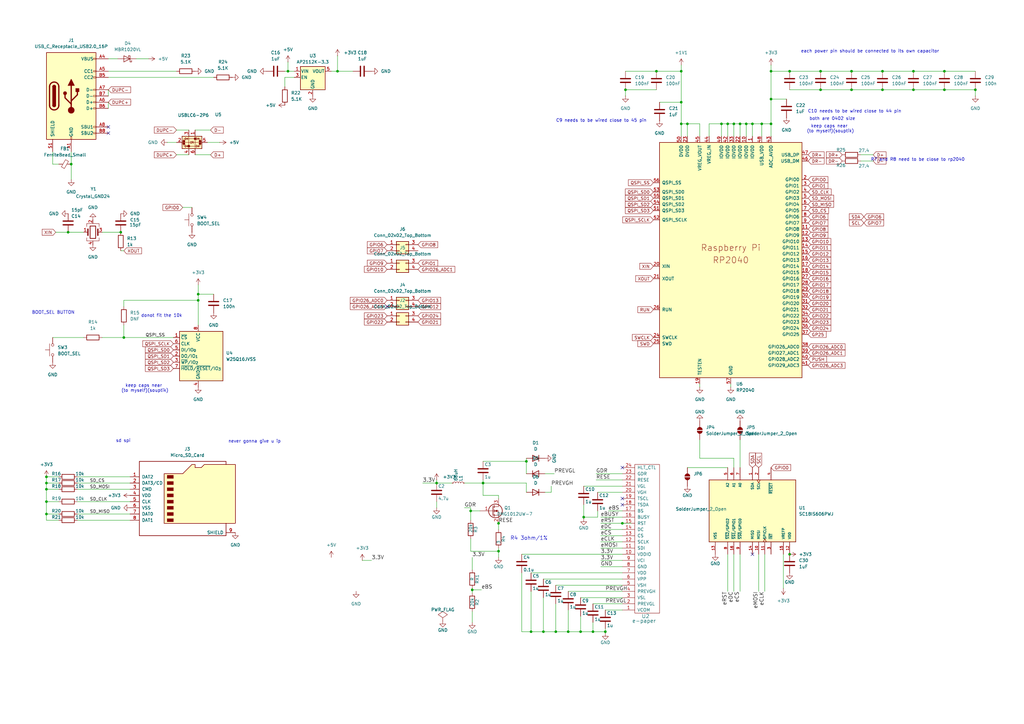
<source format=kicad_sch>
(kicad_sch (version 20250114) (generator "eeschema") (generator_version "9.0")
  (paper "A3")
  (title_block (title "PCB BADGE BY SOUPTIK ") (date "2025-04-06") (rev "V2"))
  (lib_symbols
    (symbol "C_14" (pin_numbers (hide yes)) (pin_names (offset 0.254))
      (property "Reference" "C" (at 0.635 2.54 0))
      (property "Value" "C" (at 0.635 -2.54 0))
      (symbol "C_14_1_1"
        (pin passive line (at 0 3.81 270) (length 2.794) (name "~") (number "1"))
        (pin passive line (at 0 -3.81 90) (length 2.794) (name "~") (number "2"))
      )
    )
    (symbol "C_15" (pin_numbers (hide yes)) (pin_names (offset 0.254))
      (property "Reference" "C" (at 0.635 2.54 0))
      (property "Value" "C" (at 0.635 -2.54 0))
      (symbol "C_15_1_1"
        (pin passive line (at 0 3.81 270) (length 2.794) (name "~") (number "1"))
        (pin passive line (at 0 -3.81 90) (length 2.794) (name "~") (number "2"))
      )
    )
    (symbol "C_16" (pin_numbers (hide yes)) (pin_names (offset 0.254))
      (property "Reference" "C" (at 0.635 2.54 0))
      (property "Value" "C" (at 0.635 -2.54 0))
      (symbol "C_16_1_1"
        (pin passive line (at 0 3.81 270) (length 2.794) (name "~") (number "1"))
        (pin passive line (at 0 -3.81 90) (length 2.794) (name "~") (number "2"))
      )
    )
    (symbol "C_17" (pin_numbers (hide yes)) (pin_names (offset 0.254))
      (property "Reference" "C" (at 0.635 2.54 0))
      (property "Value" "C" (at 0.635 -2.54 0))
      (symbol "C_17_1_1"
        (pin passive line (at 0 3.81 270) (length 2.794) (name "~") (number "1"))
        (pin passive line (at 0 -3.81 90) (length 2.794) (name "~") (number "2"))
      )
    )
    (symbol "C_18" (pin_numbers (hide yes)) (pin_names (offset 0.254))
      (property "Reference" "C" (at 0.635 2.54 0))
      (property "Value" "C" (at 0.635 -2.54 0))
      (symbol "C_18_1_1"
        (pin passive line (at 0 3.81 270) (length 2.794) (name "~") (number "1"))
        (pin passive line (at 0 -3.81 90) (length 2.794) (name "~") (number "2"))
      )
    )
    (symbol "C_19" (pin_numbers (hide yes)) (pin_names (offset 0.254))
      (property "Reference" "C" (at 0.635 2.54 0))
      (property "Value" "C" (at 0.635 -2.54 0))
      (symbol "C_19_1_1"
        (pin passive line (at 0 3.81 270) (length 2.794) (name "~") (number "1"))
        (pin passive line (at 0 -3.81 90) (length 2.794) (name "~") (number "2"))
      )
    )
    (symbol "C_20" (pin_numbers (hide yes)) (pin_names (offset 0.254))
      (property "Reference" "C" (at 0.635 2.54 0))
      (property "Value" "C" (at 0.635 -2.54 0))
      (symbol "C_20_1_1"
        (pin passive line (at 0 3.81 270) (length 2.794) (name "~") (number "1"))
        (pin passive line (at 0 -3.81 90) (length 2.794) (name "~") (number "2"))
      )
    )
    (symbol "C_21" (pin_numbers (hide yes)) (pin_names (offset 0.254))
      (property "Reference" "C" (at 0.635 2.54 0))
      (property "Value" "C" (at 0.635 -2.54 0))
      (symbol "C_21_1_1"
        (pin passive line (at 0 3.81 270) (length 2.794) (name "~") (number "1"))
        (pin passive line (at 0 -3.81 90) (length 2.794) (name "~") (number "2"))
      )
    )
    (symbol "C_22" (pin_numbers (hide yes)) (pin_names (offset 0.254))
      (property "Reference" "C" (at 0.635 2.54 0))
      (property "Value" "C" (at 0.635 -2.54 0))
      (symbol "C_22_1_1"
        (pin passive line (at 0 3.81 270) (length 2.794) (name "~") (number "1"))
        (pin passive line (at 0 -3.81 90) (length 2.794) (name "~") (number "2"))
      )
    )
    (symbol "C_23" (pin_numbers (hide yes)) (pin_names (offset 0.254))
      (property "Reference" "C" (at 0.635 2.54 0))
      (property "Value" "C" (at 0.635 -2.54 0))
      (symbol "C_23_1_1"
        (pin passive line (at 0 3.81 270) (length 2.794) (name "~") (number "1"))
        (pin passive line (at 0 -3.81 90) (length 2.794) (name "~") (number "2"))
      )
    )
    (symbol "C_24" (pin_numbers (hide yes)) (pin_names (offset 0.254))
      (property "Reference" "C" (at 0.635 2.54 0))
      (property "Value" "C" (at 0.635 -2.54 0))
      (symbol "C_24_1_1"
        (pin passive line (at 0 3.81 270) (length 2.794) (name "~") (number "1"))
        (pin passive line (at 0 -3.81 90) (length 2.794) (name "~") (number "2"))
      )
    )
    (symbol "C_26" (pin_numbers (hide yes)) (pin_names (offset 0.254))
      (property "Reference" "C" (at 0.635 2.54 0))
      (property "Value" "C" (at 0.635 -2.54 0))
      (symbol "C_26_1_1"
        (pin passive line (at 0 3.81 270) (length 2.794) (name "~") (number "1"))
        (pin passive line (at 0 -3.81 90) (length 2.794) (name "~") (number "2"))
      )
    )
    (symbol "Connector:Micro_SD_Card" (pin_names (offset 1.016))
      (property "Reference" "J" (at -16.51 15.24 0))
      (property "Value" "Micro_SD_Card" (at 16.51 15.24 0))
      (symbol "Micro_SD_Card_1_1"
        (pin bidirectional line (at -22.86 7.62 0) (length 3.81) (name "DAT2") (number "1"))
        (pin bidirectional line (at -22.86 5.08 0) (length 3.81) (name "DAT3/CD") (number "2"))
        (pin input line (at -22.86 2.54 0) (length 3.81) (name "CMD") (number "3"))
        (pin power_in line (at -22.86 0 0) (length 3.81) (name "VDD") (number "4"))
        (pin input line (at -22.86 -2.54 0) (length 3.81) (name "CLK") (number "5"))
        (pin power_in line (at -22.86 -5.08 0) (length 3.81) (name "VSS") (number "6"))
        (pin bidirectional line (at -22.86 -7.62 0) (length 3.81) (name "DAT0") (number "7"))
        (pin bidirectional line (at -22.86 -10.16 0) (length 3.81) (name "DAT1") (number "8"))
        (pin passive line (at 20.32 -15.24 180) (length 3.81) (name "SHIELD") (number "9"))
      )
    )
    (symbol "Connector:USB_C_Receptacle_USB2.0_16P" (pin_names (offset 1.016))
      (property "Reference" "J" (at 0 22.225 0))
      (property "Value" "USB_C_Receptacle_USB2.0_16P" (at 0 19.685 0))
      (symbol "USB_C_Receptacle_USB2.0_16P_1_1"
        (pin passive line (at -7.62 -22.86 90) (length 5.08) (name "SHIELD") (number "S1"))
        (pin passive line (at 0 -22.86 90) (length 5.08) (name "GND") (number "A1"))
        (pin passive line (at 0 -22.86 90) (length 5.08) (hide yes) (name "GND") (number "A12"))
        (pin passive line (at 0 -22.86 90) (length 5.08) (hide yes) (name "GND") (number "B1"))
        (pin passive line (at 0 -22.86 90) (length 5.08) (hide yes) (name "GND") (number "B12"))
        (pin passive line (at 15.24 15.24 180) (length 5.08) (name "VBUS") (number "A4"))
        (pin passive line (at 15.24 15.24 180) (length 5.08) (hide yes) (name "VBUS") (number "A9"))
        (pin passive line (at 15.24 15.24 180) (length 5.08) (hide yes) (name "VBUS") (number "B4"))
        (pin passive line (at 15.24 15.24 180) (length 5.08) (hide yes) (name "VBUS") (number "B9"))
        (pin bidirectional line (at 15.24 10.16 180) (length 5.08) (name "CC1") (number "A5"))
        (pin bidirectional line (at 15.24 7.62 180) (length 5.08) (name "CC2") (number "B5"))
        (pin bidirectional line (at 15.24 2.54 180) (length 5.08) (name "D-") (number "A7"))
        (pin bidirectional line (at 15.24 0 180) (length 5.08) (name "D-") (number "B7"))
        (pin bidirectional line (at 15.24 -2.54 180) (length 5.08) (name "D+") (number "A6"))
        (pin bidirectional line (at 15.24 -5.08 180) (length 5.08) (name "D+") (number "B6"))
        (pin bidirectional line (at 15.24 -12.7 180) (length 5.08) (name "SBU1") (number "A8"))
        (pin bidirectional line (at 15.24 -15.24 180) (length 5.08) (name "SBU2") (number "B8"))
      )
    )
    (symbol "Connector_Generic:Conn_02x02_Top_Bottom" (pin_names (offset 1.016) (hide yes))
      (property "Reference" "J" (at 1.27 2.54 0))
      (property "Value" "Conn_02x02_Top_Bottom" (at 1.27 -5.08 0))
      (symbol "Conn_02x02_Top_Bottom_1_1"
        (pin passive line (at -5.08 0 0) (length 3.81) (name "Pin_1") (number "1"))
        (pin passive line (at -5.08 -2.54 0) (length 3.81) (name "Pin_2") (number "2"))
        (pin passive line (at 7.62 0 180) (length 3.81) (name "Pin_3") (number "3"))
        (pin passive line (at 7.62 -2.54 180) (length 3.81) (name "Pin_4") (number "4"))
      )
    )
    (symbol "Device:C" (pin_numbers (hide yes)) (pin_names (offset 0.254))
      (property "Reference" "C" (at 0.635 2.54 0))
      (property "Value" "C" (at 0.635 -2.54 0))
      (symbol "C_1_1"
        (pin passive line (at 0 3.81 270) (length 2.794) (name "~") (number "1"))
        (pin passive line (at 0 -3.81 90) (length 2.794) (name "~") (number "2"))
      )
    )
    (symbol "Device:Crystal_GND24" (pin_names (offset 1.016) (hide yes))
      (property "Reference" "Y" (at 3.175 5.08 0))
      (property "Value" "Crystal_GND24" (at 3.175 3.175 0))
      (symbol "Crystal_GND24_1_1"
        (pin passive line (at -3.81 0 0) (length 1.27) (name "1") (number "1"))
        (pin passive line (at 0 5.08 270) (length 1.27) (name "2") (number "2"))
        (pin passive line (at 0 -5.08 90) (length 1.27) (name "4") (number "4"))
        (pin passive line (at 3.81 0 180) (length 1.27) (name "3") (number "3"))
      )
    )
    (symbol "Device:D" (pin_numbers (hide yes)) (pin_names (offset 1.016) (hide yes))
      (property "Reference" "D" (at 0 2.54 0))
      (property "Value" "D" (at 0 -2.54 0))
      (symbol "D_1_1"
        (pin passive line (at -3.81 0 0) (length 2.54) (name "K") (number "1"))
        (pin passive line (at 3.81 0 180) (length 2.54) (name "A") (number "2"))
      )
    )
    (symbol "Device:FerriteBead_Small" (pin_numbers (hide yes)) (pin_names (offset 0))
      (property "Reference" "FB" (at 1.905 1.27 0))
      (property "Value" "FerriteBead_Small" (at 1.905 -1.27 0))
      (symbol "FerriteBead_Small_1_1"
        (pin passive line (at 0 2.54 270) (length 1.27) (name "~") (number "1"))
        (pin passive line (at 0 -2.54 90) (length 1.27) (name "~") (number "2"))
      )
    )
    (symbol "Device:R" (pin_numbers (hide yes)) (pin_names (offset 0))
      (property "Reference" "R" (at 2.032 0 90))
      (property "Value" "R" (at 0 0 90))
      (symbol "R_1_1"
        (pin passive line (at 0 3.81 270) (length 1.27) (name "~") (number "1"))
        (pin passive line (at 0 -3.81 90) (length 1.27) (name "~") (number "2"))
      )
    )
    (symbol "Diode:MBR1020VL" (pin_numbers (hide yes)) (pin_names (hide yes))
      (property "Reference" "D" (at 0 2.54 0))
      (property "Value" "MBR1020VL" (at 0 -2.54 0))
      (symbol "MBR1020VL_1_1"
        (pin passive line (at -3.81 0 0) (length 2.54) (name "K") (number "1"))
        (pin passive line (at 3.81 0 180) (length 2.54) (name "A") (number "2"))
      )
    )
    (symbol "GND_13" (power) (pin_names (offset 0))
      (property "Value" "GND" (at 0 -3.81 0))
      (symbol "GND_13_1_1"
        (pin power_in line (at 0 0 270) (length 0) (hide yes) (name "GND") (number "1"))
      )
    )
    (symbol "GND_14" (power) (pin_names (offset 0))
      (property "Value" "GND" (at 0 -3.81 0))
      (symbol "GND_14_1_1"
        (pin power_in line (at 0 0 270) (length 0) (hide yes) (name "GND") (number "1"))
      )
    )
    (symbol "GND_15" (power) (pin_names (offset 0))
      (property "Value" "GND" (at 0 -3.81 0))
      (symbol "GND_15_1_1"
        (pin power_in line (at 0 0 270) (length 0) (hide yes) (name "GND") (number "1"))
      )
    )
    (symbol "GND_17" (power) (pin_names (offset 0))
      (property "Value" "GND" (at 0 -3.81 0))
      (symbol "GND_17_1_1"
        (pin power_in line (at 0 0 270) (length 0) (hide yes) (name "GND") (number "1"))
      )
    )
    (symbol "GND_18" (power) (pin_names (offset 0))
      (property "Value" "GND" (at 0 -3.81 0))
      (symbol "GND_18_1_1"
        (pin power_in line (at 0 0 270) (length 0) (hide yes) (name "GND") (number "1"))
      )
    )
    (symbol "GND_20" (power) (pin_names (offset 0))
      (property "Value" "GND" (at 0 -3.81 0))
      (symbol "GND_20_1_1"
        (pin power_in line (at 0 0 270) (length 0) (hide yes) (name "GND") (number "1"))
      )
    )
    (symbol "Jumper:SolderJumper_2_Open" (pin_numbers (hide yes)) (pin_names (offset 0) (hide yes)) (in_bom no)
      (property "Reference" "JP" (at 0 2.032 0))
      (property "Value" "SolderJumper_2_Open" (at 0 -2.54 0))
      (symbol "SolderJumper_2_Open_1_1"
        (pin passive line (at -3.81 0 0) (length 2.54) (name "A") (number "1"))
        (pin passive line (at 3.81 0 180) (length 2.54) (name "B") (number "2"))
      )
    )
    (symbol "L_Small_2" (pin_numbers (hide yes)) (pin_names (offset 0.254) (hide yes))
      (property "Reference" "L" (at 0.762 1.016 0))
      (property "Value" "L_Small" (at 0.762 -1.016 0))
      (symbol "L_Small_2_1_1"
        (pin passive line (at 0 2.54 270) (length 0.508) (name "~") (number "1"))
        (pin passive line (at 0 -2.54 90) (length 0.508) (name "~") (number "2"))
      )
    )
    (symbol "MCU_RaspberryPi_and_Boards:RP2040" (pin_names (offset 1.016))
      (property "Reference" "U" (at -29.21 49.53 0))
      (property "Value" "RP2040" (at 24.13 -49.53 0))
      (symbol "RP2040_0_0"
        (text "Raspberry Pi" (at 0 5.08 0) (effects (font (size 2.54 2.54))))
        (text "RP2040" (at 0 0 0) (effects (font (size 2.54 2.54))))
      )
      (symbol "RP2040_1_1"
        (pin bidirectional line (at -31.75 31.75 0) (length 2.54) (name "QSPI_SS") (number "56"))
        (pin bidirectional line (at -31.75 27.94 0) (length 2.54) (name "QSPI_SD0") (number "53"))
        (pin bidirectional line (at -31.75 25.4 0) (length 2.54) (name "QSPI_SD1") (number "55"))
        (pin bidirectional line (at -31.75 22.86 0) (length 2.54) (name "QSPI_SD2") (number "54"))
        (pin bidirectional line (at -31.75 20.32 0) (length 2.54) (name "QSPI_SD3") (number "51"))
        (pin output line (at -31.75 16.51 0) (length 2.54) (name "QSPI_SCLK") (number "52"))
        (pin input line (at -31.75 -2.54 0) (length 2.54) (name "XIN") (number "20"))
        (pin passive line (at -31.75 -7.62 0) (length 2.54) (name "XOUT") (number "21"))
        (pin input line (at -31.75 -20.32 0) (length 2.54) (name "RUN") (number "26"))
        (pin output line (at -31.75 -31.75 0) (length 2.54) (name "SWCLK") (number "24"))
        (pin bidirectional line (at -31.75 -34.29 0) (length 2.54) (name "SWD") (number "25"))
        (pin power_in line (at -20.32 50.8 270) (length 2.54) (name "DVDD") (number "50"))
        (pin power_in line (at -17.78 50.8 270) (length 2.54) (name "DVDD") (number "23"))
        (pin power_out line (at -12.7 50.8 270) (length 2.54) (name "VREG_VOUT") (number "45"))
        (pin passive line (at -12.7 -50.8 90) (length 2.54) (name "TESTEN") (number "19"))
        (pin power_in line (at -8.89 50.8 270) (length 2.54) (name "VREG_IN") (number "44"))
        (pin power_in line (at -3.81 50.8 270) (length 2.54) (name "IOVDD") (number "49"))
        (pin power_in line (at -1.27 50.8 270) (length 2.54) (name "IOVDD") (number "42"))
        (pin power_in line (at 0 -50.8 90) (length 2.54) (name "GND") (number "57"))
        (pin power_in line (at 1.27 50.8 270) (length 2.54) (name "IOVDD") (number "33"))
        (pin power_in line (at 3.81 50.8 270) (length 2.54) (name "IOVDD") (number "22"))
        (pin power_in line (at 6.35 50.8 270) (length 2.54) (name "IOVDD") (number "10"))
        (pin power_in line (at 8.89 50.8 270) (length 2.54) (name "IOVDD") (number "1"))
        (pin power_in line (at 12.7 50.8 270) (length 2.54) (name "USB_VDD") (number "48"))
        (pin power_in line (at 16.51 50.8 270) (length 2.54) (name "ADC_AVDD") (number "43"))
        (pin bidirectional line (at 31.75 43.18 180) (length 2.54) (name "USB_DP") (number "47"))
        (pin bidirectional line (at 31.75 40.64 180) (length 2.54) (name "USB_DM") (number "46"))
        (pin bidirectional line (at 31.75 33.02 180) (length 2.54) (name "GPIO0") (number "2"))
        (pin bidirectional line (at 31.75 30.48 180) (length 2.54) (name "GPIO1") (number "3"))
        (pin bidirectional line (at 31.75 27.94 180) (length 2.54) (name "GPIO2") (number "4"))
        (pin bidirectional line (at 31.75 25.4 180) (length 2.54) (name "GPIO3") (number "5"))
        (pin bidirectional line (at 31.75 22.86 180) (length 2.54) (name "GPIO4") (number "6"))
        (pin bidirectional line (at 31.75 20.32 180) (length 2.54) (name "GPIO5") (number "7"))
        (pin bidirectional line (at 31.75 17.78 180) (length 2.54) (name "GPIO6") (number "8"))
        (pin bidirectional line (at 31.75 15.24 180) (length 2.54) (name "GPIO7") (number "9"))
        (pin bidirectional line (at 31.75 12.7 180) (length 2.54) (name "GPIO8") (number "11"))
        (pin bidirectional line (at 31.75 10.16 180) (length 2.54) (name "GPIO9") (number "12"))
        (pin bidirectional line (at 31.75 7.62 180) (length 2.54) (name "GPIO10") (number "13"))
        (pin bidirectional line (at 31.75 5.08 180) (length 2.54) (name "GPIO11") (number "14"))
        (pin bidirectional line (at 31.75 2.54 180) (length 2.54) (name "GPIO12") (number "15"))
        (pin bidirectional line (at 31.75 0 180) (length 2.54) (name "GPIO13") (number "16"))
        (pin bidirectional line (at 31.75 -2.54 180) (length 2.54) (name "GPIO14") (number "17"))
        (pin bidirectional line (at 31.75 -5.08 180) (length 2.54) (name "GPIO15") (number "18"))
        (pin bidirectional line (at 31.75 -7.62 180) (length 2.54) (name "GPIO16") (number "27"))
        (pin bidirectional line (at 31.75 -10.16 180) (length 2.54) (name "GPIO17") (number "28"))
        (pin bidirectional line (at 31.75 -12.7 180) (length 2.54) (name "GPIO18") (number "29"))
        (pin bidirectional line (at 31.75 -15.24 180) (length 2.54) (name "GPIO19") (number "30"))
        (pin bidirectional line (at 31.75 -17.78 180) (length 2.54) (name "GPIO20") (number "31"))
        (pin bidirectional line (at 31.75 -20.32 180) (length 2.54) (name "GPIO21") (number "32"))
        (pin bidirectional line (at 31.75 -22.86 180) (length 2.54) (name "GPIO22") (number "34"))
        (pin bidirectional line (at 31.75 -25.4 180) (length 2.54) (name "GPIO23") (number "35"))
        (pin bidirectional line (at 31.75 -27.94 180) (length 2.54) (name "GPIO24") (number "36"))
        (pin bidirectional line (at 31.75 -30.48 180) (length 2.54) (name "GPIO25") (number "37"))
        (pin bidirectional line (at 31.75 -35.56 180) (length 2.54) (name "GPIO26_ADC0") (number "38"))
        (pin bidirectional line (at 31.75 -38.1 180) (length 2.54) (name "GPIO27_ADC1") (number "39"))
        (pin bidirectional line (at 31.75 -40.64 180) (length 2.54) (name "GPIO28_ADC2") (number "40"))
        (pin bidirectional line (at 31.75 -43.18 180) (length 2.54) (name "GPIO29_ADC3") (number "41"))
      )
    )
    (symbol "Memory_Flash:W25Q16JVSS"
      (property "Reference" "U" (at -6.35 11.43 0))
      (property "Value" "W25Q16JVSS" (at 7.62 11.43 0))
      (symbol "W25Q16JVSS_1_1"
        (pin input line (at -10.16 7.62 0) (length 2.54) (name "~{CS}") (number "1"))
        (pin input line (at -10.16 5.08 0) (length 2.54) (name "CLK") (number "6"))
        (pin bidirectional line (at -10.16 2.54 0) (length 2.54) (name "DI/IO_{0}") (number "5"))
        (pin bidirectional line (at -10.16 0 0) (length 2.54) (name "DO/IO_{1}") (number "2"))
        (pin bidirectional line (at -10.16 -2.54 0) (length 2.54) (name "~{WP}/IO_{2}") (number "3"))
        (pin bidirectional line (at -10.16 -5.08 0) (length 2.54) (name "~{HOLD}/~{RESET}/IO_{3}") (number "7"))
        (pin power_in line (at 0 12.7 270) (length 2.54) (name "VCC") (number "8"))
        (pin power_in line (at 0 -12.7 90) (length 2.54) (name "GND") (number "4"))
      )
    )
    (symbol "PWR_FLAG_2" (power) (pin_numbers (hide yes)) (pin_names (offset 0) (hide yes))
      (property "Value" "PWR_FLAG" (at 0 4.572 0))
      (symbol "PWR_FLAG_2_0_0"
        (pin power_out line (at 0 0 90) (length 0) (name "pwr") (number "1"))
      )
    )
    (symbol "Power_Protection:USBLC6-2P6" (pin_names (hide yes))
      (property "Reference" "U" (at 0.635 5.715 0))
      (property "Value" "USBLC6-2P6" (at 0.635 3.81 0))
      (symbol "USBLC6-2P6_1_1"
        (pin passive line (at -5.08 0 0) (length 2.54) (name "I/O1") (number "1"))
        (pin passive line (at -5.08 -2.54 0) (length 2.54) (name "I/O2") (number "3"))
        (pin passive line (at 0 5.08 270) (length 2.54) (name "VBUS") (number "5"))
        (pin passive line (at 0 -7.62 90) (length 2.54) (name "GND") (number "2"))
        (pin passive line (at 5.08 0 180) (length 2.54) (name "I/O1") (number "6"))
        (pin passive line (at 5.08 -2.54 180) (length 2.54) (name "I/O2") (number "4"))
      )
    )
    (symbol "Q_NMOS_GSD_2" (pin_names (offset 0) (hide yes))
      (property "Reference" "Q" (at 7.62 1.27 0))
      (property "Value" "Q_NMOS_GSD" (at 16.51 -1.27 0))
      (symbol "Q_NMOS_GSD_2_1_1"
        (pin input line (at -5.08 0 0) (length 5.334) (name "G") (number "1"))
        (pin passive line (at 2.54 5.08 270) (length 2.54) (name "D") (number "3"))
        (pin passive line (at 2.54 -5.08 90) (length 2.54) (name "S") (number "2"))
      )
    )
    (symbol "R_17" (pin_numbers (hide yes)) (pin_names (offset 0))
      (property "Reference" "R" (at 2.032 0 90))
      (property "Value" "R" (at 0 0 90))
      (symbol "R_17_1_1"
        (pin passive line (at 0 3.81 270) (length 1.27) (name "~") (number "1"))
        (pin passive line (at 0 -3.81 90) (length 1.27) (name "~") (number "2"))
      )
    )
    (symbol "R_18" (pin_numbers (hide yes)) (pin_names (offset 0))
      (property "Reference" "R" (at 2.032 0 90))
      (property "Value" "R" (at 0 0 90))
      (symbol "R_18_1_1"
        (pin passive line (at 0 3.81 270) (length 1.27) (name "~") (number "1"))
        (pin passive line (at 0 -3.81 90) (length 1.27) (name "~") (number "2"))
      )
    )
    (symbol "R_19" (pin_numbers (hide yes)) (pin_names (offset 0))
      (property "Reference" "R" (at 2.032 0 90))
      (property "Value" "R" (at 0 0 90))
      (symbol "R_19_1_1"
        (pin passive line (at 0 3.81 270) (length 1.27) (name "~") (number "1"))
        (pin passive line (at 0 -3.81 90) (length 1.27) (name "~") (number "2"))
      )
    )
    (symbol "R_20" (pin_numbers (hide yes)) (pin_names (offset 0))
      (property "Reference" "R" (at 2.032 0 90))
      (property "Value" "R" (at 0 0 90))
      (symbol "R_20_1_1"
        (pin passive line (at 0 3.81 270) (length 1.27) (name "~") (number "1"))
        (pin passive line (at 0 -3.81 90) (length 1.27) (name "~") (number "2"))
      )
    )
    (symbol "Regulator_Linear:AP2112K-3.3" (pin_names (offset 0.254))
      (property "Reference" "U" (at -5.08 5.715 0))
      (property "Value" "AP2112K-3.3" (at 0 5.715 0))
      (symbol "AP2112K-3.3_1_1"
        (pin power_in line (at -7.62 2.54 0) (length 2.54) (name "VIN") (number "1"))
        (pin input line (at -7.62 0 0) (length 2.54) (name "EN") (number "3"))
        (pin power_in line (at 0 -7.62 90) (length 2.54) (name "GND") (number "2"))
        (pin no_connect line (at 5.08 0 180) (length 2.54) (hide yes) (name "NC") (number "4"))
        (pin power_out line (at 7.62 2.54 180) (length 2.54) (name "VOUT") (number "5"))
      )
    )
    (symbol "SC18IS606PWJ:SC18IS606PWJ" (pin_names (offset 1.016))
      (property "Reference" "U" (at -12.7039 19.0579 0))
      (property "Value" "SC18IS606PWJ" (at -12.7014 -20.3227 0))
      (symbol "SC18IS606PWJ_0_0"
        (pin input line (at -17.78 7.62 0) (length 5.08) (name "~{RESET}") (number "4"))
        (pin input clock (at -17.78 2.54 0) (length 5.08) (name "SCL") (number "2"))
        (pin bidirectional line (at -17.78 0 0) (length 5.08) (name "SDA") (number "1"))
        (pin input line (at -17.78 -5.08 0) (length 5.08) (name "A0") (number "7"))
        (pin input line (at -17.78 -7.62 0) (length 5.08) (name "A1") (number "6"))
        (pin input line (at -17.78 -10.16 0) (length 5.08) (name "A2") (number "5"))
        (pin power_in line (at 17.78 15.24 180) (length 5.08) (name "VDD") (number "12"))
        (pin power_in line (at 17.78 12.7 180) (length 5.08) (name "VREFP") (number "15"))
        (pin output line (at 17.78 7.62 180) (length 5.08) (name "~{INT}") (number "3"))
        (pin output clock (at 17.78 5.08 180) (length 5.08) (name "SPICLK") (number "11"))
        (pin output line (at 17.78 2.54 180) (length 5.08) (name "MOSI") (number "10"))
        (pin input line (at 17.78 0 180) (length 5.08) (name "MISO") (number "14"))
        (pin bidirectional line (at 17.78 -5.08 180) (length 5.08) (name "~{SS0}/GPIO0") (number "9"))
        (pin bidirectional line (at 17.78 -7.62 180) (length 5.08) (name "~{SS1}/GPIO1") (number "16"))
        (pin bidirectional line (at 17.78 -10.16 180) (length 5.08) (name "~{SS2}/GPIO2") (number "8"))
        (pin power_in line (at 17.78 -15.24 180) (length 5.08) (name "VSS") (number "13"))
      )
    )
    (symbol "Switch:SW_Push" (pin_numbers (hide yes)) (pin_names (offset 1.016) (hide yes))
      (property "Reference" "SW" (at 1.27 2.54 0))
      (property "Value" "SW_Push" (at 0 -1.524 0))
      (symbol "SW_Push_0_1"
        (pin passive line (at -5.08 0 0) (length 2.54) (name "1") (number "1"))
        (pin passive line (at 5.08 0 180) (length 2.54) (name "2") (number "2"))
      )
    )
    (symbol "e-paper:e-paper" (pin_names (offset 1.016))
      (property "Reference" "U" (at -10.16 1.27 0))
      (property "Value" "e-paper" (at -11.43 3.81 0))
      (symbol "e-paper_1_1"
        (pin input line (at -5.08 60.96 0) (length 5.08) (name "HLT_CTL") (number "24"))
        (pin input line (at -5.08 58.42 0) (length 5.08) (name "GDR") (number "23"))
        (pin input line (at -5.08 55.88 0) (length 5.08) (name "RESE") (number "22"))
        (pin input line (at -5.08 53.34 0) (length 5.08) (name "VGL") (number "21"))
        (pin input line (at -5.08 50.8 0) (length 5.08) (name "VGH") (number "20"))
        (pin input line (at -5.08 48.26 0) (length 5.08) (name "TSCL") (number "19"))
        (pin input line (at -5.08 45.72 0) (length 5.08) (name "TSDA") (number "18"))
        (pin input line (at -5.08 43.18 0) (length 5.08) (name "BS") (number "17"))
        (pin input line (at -5.08 40.64 0) (length 5.08) (name "BUSY") (number "16"))
        (pin input line (at -5.08 38.1 0) (length 5.08) (name "RST") (number "15"))
        (pin input line (at -5.08 35.56 0) (length 5.08) (name "DC") (number "14"))
        (pin input line (at -5.08 33.02 0) (length 5.08) (name "CS") (number "13"))
        (pin input line (at -5.08 30.48 0) (length 5.08) (name "SCLK") (number "12"))
        (pin input line (at -5.08 27.94 0) (length 5.08) (name "SDI") (number "11"))
        (pin input line (at -5.08 25.4 0) (length 5.08) (name "VDDIO") (number "10"))
        (pin input line (at -5.08 22.86 0) (length 5.08) (name "VCI") (number "9"))
        (pin input line (at -5.08 20.32 0) (length 5.08) (name "GND") (number "8"))
        (pin input line (at -5.08 17.78 0) (length 5.08) (name "VDD") (number "7"))
        (pin input line (at -5.08 15.24 0) (length 5.08) (name "VPP") (number "6"))
        (pin input line (at -5.08 12.7 0) (length 5.08) (name "VSH") (number "5"))
        (pin input line (at -5.08 10.16 0) (length 5.08) (name "PREVGH") (number "4"))
        (pin input line (at -5.08 7.62 0) (length 5.08) (name "VSL") (number "3"))
        (pin input line (at -5.08 5.08 0) (length 5.08) (name "PREVGL") (number "2"))
        (pin input line (at -5.08 2.54 0) (length 5.08) (name "VCOM") (number "1"))
      )
    )
    (symbol "power:+1V1" (power) (pin_numbers (hide yes)) (pin_names (offset 0) (hide yes))
      (property "Value" "+1V1" (at 0 3.556 0))
      (symbol "+1V1_1_1"
        (pin power_in line (at 0 0 90) (length 0) (name "~") (number "1"))
      )
    )
    (symbol "power:+3V3" (power) (pin_numbers (hide yes)) (pin_names (offset 0) (hide yes))
      (property "Value" "+3V3" (at 0 3.556 0))
      (symbol "+3V3_1_1"
        (pin power_in line (at 0 0 90) (length 0) (name "~") (number "1"))
      )
    )
    (symbol "power:+5V" (power) (pin_numbers (hide yes)) (pin_names (offset 0) (hide yes))
      (property "Value" "+5V" (at 0 3.556 0))
      (symbol "+5V_1_1"
        (pin power_in line (at 0 0 90) (length 0) (name "~") (number "1"))
      )
    )
    (symbol "power:GND" (power) (pin_numbers (hide yes)) (pin_names (offset 0) (hide yes))
      (property "Value" "GND" (at 0 -3.81 0))
      (symbol "GND_1_1"
        (pin power_in line (at 0 0 270) (length 0) (name "~") (number "1"))
      )
    )
  )
  (text "sd spi \n" (at 51.054 180.848 0) (effects (font (size 1.27 1.27))))
  (text "never gonna give u ip\n" (at 104.394 181.102 0) (effects (font (size 1.27 1.27))))
  (text "donot fit the 10k \n" (at 66.802 129.54 0) (effects (font (size 1.27 1.27))))
  (text "BOOT_SEL BUTTON\n" (at 21.844 128.27 0) (effects (font (size 1.27 1.27))))
  (text "C9 needs to be wired close to 45 pin" (at 246.634 49.53 0) (effects (font (size 1.27 1.27))))
  (text "each power pin should be connected to its own capacitor" (at 356.87 21.082 0) (effects (font (size 1.27 1.27))))
  (text "keep caps near \n(to myself)(souptik)\n" (at 59.436 159.258 0) (effects (font (size 1.27 1.27))))
  (text "C10 needs to be wired close to 44 pin" (at 350.52 45.72 0) (effects (font (size 1.27 1.27))))
  (text "keep caps near \n(to myself)(souptik)\n" (at 340.614 52.832 0) (effects (font (size 1.27 1.27))))
  (text "R4 3ohm/1%" (at 209.296 221.742 0) (effects (font (size 1.524 1.524)) (justify left bottom)))
  (text "both are 0402 size" (at 341.376 48.768 0) (effects (font (size 1.27 1.27))))
  (text "R7 and R8 need to be close to rp2040" (at 376.428 65.532 0) (effects (font (size 1.27 1.27))))
  (junction (at 295.91 50.8))
  (junction (at 198.12 198.12))
  (junction (at 138.43 29.21))
  (junction (at 256.54 36.83))
  (junction (at 306.07 50.8))
  (junction (at 50.8 138.43))
  (junction (at 316.23 40.64))
  (junction (at 49.53 95.25))
  (junction (at 238.125 259.08))
  (junction (at 349.25 36.83))
  (junction (at 300.99 50.8))
  (junction (at 81.28 120.65))
  (junction (at 298.45 50.8))
  (junction (at 248.285 259.08))
  (junction (at 81.28 123.19))
  (junction (at 217.805 259.08))
  (junction (at 361.95 29.21))
  (junction (at 303.53 50.8))
  (junction (at 387.35 36.83))
  (junction (at 308.61 50.8))
  (junction (at 215.9 189.23))
  (junction (at 233.045 259.08))
  (junction (at 312.42 50.8))
  (junction (at 279.4 50.8))
  (junction (at 361.95 36.83))
  (junction (at 239.395 212.09))
  (junction (at 222.885 259.08))
  (junction (at 19.05 195.58))
  (junction (at 323.85 227.33))
  (junction (at 193.04 209.55))
  (junction (at 400.05 36.83))
  (junction (at 269.24 29.21))
  (junction (at 193.675 241.935))
  (junction (at 204.47 214.63))
  (junction (at 336.55 36.83))
  (junction (at 374.65 29.21))
  (junction (at 19.05 200.66))
  (junction (at 19.05 210.82))
  (junction (at 279.4 41.91))
  (junction (at 19.05 198.12))
  (junction (at 316.23 29.21))
  (junction (at 374.65 36.83))
  (junction (at 27.94 95.25))
  (junction (at 281.94 50.8))
  (junction (at 255.27 214.63))
  (junction (at 323.85 29.21))
  (junction (at 227.965 259.08))
  (junction (at 349.25 29.21))
  (junction (at 243.205 259.08))
  (junction (at 29.21 67.31))
  (junction (at 316.23 50.8))
  (junction (at 118.11 29.21))
  (junction (at 19.05 205.74))
  (junction (at 279.4 29.21))
  (junction (at 204.47 226.06))
  (junction (at 387.35 29.21))
  (junction (at 179.07 198.12))
  (junction (at 336.55 29.21))
  (no_connect (at 255.27 207.01))
  (no_connect (at 255.27 204.47))
  (no_connect (at 44.45 54.61))
  (no_connect (at 44.45 52.07))
  (no_connect (at 308.61 227.33))
  (no_connect (at 255.27 191.77))
  (no_connect (at 158.75 125.73))
  (wire (pts (xy 300.99 242.57) (xy 300.99 227.33)))
  (wire (pts (xy 227.965 240.03) (xy 255.27 240.03)))
  (wire (pts (xy 316.23 29.21) (xy 316.23 40.64)))
  (wire (pts (xy 173.355 198.12) (xy 179.07 198.12)))
  (wire (pts (xy 255.27 214.63) (xy 258.8772 214.63)))
  (wire (pts (xy 120.65 31.75) (xy 116.84 31.75)))
  (wire (pts (xy 31.75 210.82) (xy 53.34 210.82)))
  (wire (pts (xy 193.675 241.935) (xy 193.675 243.205)))
  (wire (pts (xy 204.47 226.06) (xy 204.47 228.6)))
  (wire (pts (xy 255.27 196.85) (xy 244.475 196.85)))
  (wire (pts (xy 361.95 36.83) (xy 374.65 36.83)))
  (wire (pts (xy 193.675 241.935) (xy 197.485 241.935)))
  (wire (pts (xy 152.4 229.87) (xy 148.59 229.87)))
  (wire (pts (xy 300.99 191.77) (xy 300.99 187.96)))
  (wire (pts (xy 50.8 133.35) (xy 50.8 138.43)))
  (wire (pts (xy 255.27 237.49) (xy 222.885 237.49)))
  (wire (pts (xy 44.45 24.13) (xy 48.26 24.13)))
  (wire (pts (xy 193.04 226.06) (xy 204.47 226.06)))
  (wire (pts (xy 193.04 208.28) (xy 193.04 209.55)))
  (wire (pts (xy 281.94 50.8) (xy 279.4 50.8)))
  (wire (pts (xy 255.27 224.79) (xy 246.38 224.79)))
  (wire (pts (xy 303.53 50.8) (xy 306.07 50.8)))
  (wire (pts (xy 270.51 41.91) (xy 279.4 41.91)))
  (wire (pts (xy 193.04 209.55) (xy 193.04 213.36)))
  (wire (pts (xy 223.52 194.31) (xy 227.33 194.31)))
  (wire (pts (xy 303.53 242.57) (xy 303.53 227.33)))
  (wire (pts (xy 19.05 195.58) (xy 19.05 198.12)))
  (wire (pts (xy 287.02 158.75) (xy 287.02 157.48)))
  (wire (pts (xy 303.53 55.88) (xy 303.53 50.8)))
  (wire (pts (xy 256.54 29.21) (xy 269.24 29.21)))
  (wire (pts (xy 227.965 259.08) (xy 233.045 259.08)))
  (wire (pts (xy 50.8 138.43) (xy 71.12 138.43)))
  (wire (pts (xy 31.75 213.36) (xy 53.34 213.36)))
  (wire (pts (xy 193.675 241.3) (xy 193.675 241.935)))
  (wire (pts (xy 353.06 66.04) (xy 358.14 66.04)))
  (wire (pts (xy 196.85 209.55) (xy 193.04 209.55)))
  (wire (pts (xy 349.25 29.21) (xy 361.95 29.21)))
  (wire (pts (xy 179.07 198.12) (xy 185.42 198.12)))
  (wire (pts (xy 387.35 36.83) (xy 400.05 36.83)))
  (wire (pts (xy 238.125 259.08) (xy 238.125 252.73)))
  (wire (pts (xy 255.27 229.87) (xy 246.38 229.87)))
  (wire (pts (xy 316.23 26.67) (xy 316.23 29.21)))
  (wire (pts (xy 279.4 50.8) (xy 279.4 55.88)))
  (wire (pts (xy 198.12 198.12) (xy 190.5 198.12)))
  (wire (pts (xy 233.045 259.08) (xy 238.125 259.08)))
  (wire (pts (xy 116.84 31.75) (xy 116.84 35.56)))
  (wire (pts (xy 53.34 195.58) (xy 31.75 195.58)))
  (wire (pts (xy 27.94 95.25) (xy 34.29 95.25)))
  (wire (pts (xy 239.395 207.01) (xy 239.395 212.09)))
  (wire (pts (xy 255.27 245.11) (xy 238.125 245.11)))
  (wire (pts (xy 281.94 50.8) (xy 281.94 55.88)))
  (wire (pts (xy 19.05 195.58) (xy 24.13 195.58)))
  (wire (pts (xy 238.125 259.08) (xy 243.205 259.08)))
  (wire (pts (xy 222.885 245.11) (xy 222.885 259.08)))
  (wire (pts (xy 215.9 189.23) (xy 215.9 187.96)))
  (wire (pts (xy 215.9 194.31) (xy 215.9 189.23)))
  (wire (pts (xy 374.65 29.21) (xy 387.35 29.21)))
  (wire (pts (xy 245.11 212.09) (xy 239.395 212.09)))
  (wire (pts (xy 298.45 242.57) (xy 298.45 227.33)))
  (wire (pts (xy 227.965 247.65) (xy 227.965 259.08)))
  (wire (pts (xy 31.75 205.74) (xy 53.34 205.74)))
  (wire (pts (xy 193.675 233.68) (xy 193.675 228.6)))
  (wire (pts (xy 19.05 198.12) (xy 19.05 200.66)))
  (wire (pts (xy 193.04 226.06) (xy 193.04 220.98)))
  (wire (pts (xy 118.11 25.4) (xy 118.11 29.21)))
  (wire (pts (xy 239.395 212.09) (xy 239.395 212.725)))
  (wire (pts (xy 248.285 257.81) (xy 248.285 259.08)))
  (wire (pts (xy 22.86 95.25) (xy 27.94 95.25)))
  (wire (pts (xy 217.805 259.08) (xy 222.885 259.08)))
  (wire (pts (xy 298.45 50.8) (xy 298.45 55.88)))
  (wire (pts (xy 313.69 242.57) (xy 313.69 227.33)))
  (wire (pts (xy 24.13 210.82) (xy 19.05 210.82)))
  (wire (pts (xy 41.91 138.43) (xy 50.8 138.43)))
  (wire (pts (xy 19.05 200.66) (xy 19.05 205.74)))
  (wire (pts (xy 299.72 158.75) (xy 299.72 157.48)))
  (wire (pts (xy 290.83 50.8) (xy 295.91 50.8)))
  (wire (pts (xy 204.47 203.2) (xy 198.12 203.2)))
  (wire (pts (xy 21.59 67.31) (xy 24.13 67.31)))
  (wire (pts (xy 50.8 123.19) (xy 81.28 123.19)))
  (wire (pts (xy 204.47 203.2) (xy 204.47 204.47)))
  (wire (pts (xy 68.58 58.42) (xy 72.39 58.42)))
  (wire (pts (xy 213.995 259.08) (xy 217.805 259.08)))
  (wire (pts (xy 215.9 198.12) (xy 198.12 198.12)))
  (wire (pts (xy 374.65 36.83) (xy 387.35 36.83)))
  (wire (pts (xy 31.75 200.66) (xy 53.34 200.66)))
  (wire (pts (xy 287.02 187.96) (xy 300.99 187.96)))
  (wire (pts (xy 179.07 208.28) (xy 179.07 205.74)))
  (wire (pts (xy 41.91 95.25) (xy 49.53 95.25)))
  (wire (pts (xy 255.27 222.25) (xy 246.38 222.25)))
  (wire (pts (xy 86.36 53.34) (xy 80.01 53.34)))
  (wire (pts (xy 44.45 29.21) (xy 72.39 29.21)))
  (wire (pts (xy 256.54 39.37) (xy 256.54 36.83)))
  (wire (pts (xy 255.27 219.71) (xy 246.38 219.71)))
  (wire (pts (xy 223.52 201.93) (xy 226.06 201.93)))
  (wire (pts (xy 255.27 242.57) (xy 233.045 242.57)))
  (wire (pts (xy 255.27 209.55) (xy 249.555 209.55)))
  (wire (pts (xy 336.55 29.21) (xy 349.25 29.21)))
  (wire (pts (xy 19.05 210.82) (xy 19.05 213.36)))
  (wire (pts (xy 290.83 55.88) (xy 290.83 50.8)))
  (wire (pts (xy 204.47 214.63) (xy 204.47 217.17)))
  (wire (pts (xy 255.27 234.95) (xy 217.805 234.95)))
  (wire (pts (xy 198.12 189.23) (xy 215.9 189.23)))
  (wire (pts (xy 306.07 55.88) (xy 306.07 50.8)))
  (wire (pts (xy 245.11 209.55) (xy 245.11 212.09)))
  (wire (pts (xy 300.99 50.8) (xy 300.99 55.88)))
  (wire (pts (xy 204.47 214.63) (xy 204.47 213.995)))
  (wire (pts (xy 349.25 36.83) (xy 361.95 36.83)))
  (wire (pts (xy 19.05 198.12) (xy 24.13 198.12)))
  (wire (pts (xy 85.09 58.42) (xy 90.17 58.42)))
  (wire (pts (xy 233.045 250.19) (xy 233.045 259.08)))
  (wire (pts (xy 81.28 116.84) (xy 81.28 120.65)))
  (wire (pts (xy 256.54 36.83) (xy 269.24 36.83)))
  (wire (pts (xy 316.23 40.64) (xy 316.23 50.8)))
  (wire (pts (xy 198.12 198.12) (xy 198.12 203.2)))
  (wire (pts (xy 245.11 201.93) (xy 255.27 201.93)))
  (wire (pts (xy 31.75 198.12) (xy 53.34 198.12)))
  (wire (pts (xy 400.05 36.83) (xy 400.05 39.37)))
  (wire (pts (xy 135.89 29.21) (xy 138.43 29.21)))
  (wire (pts (xy 215.9 198.12) (xy 215.9 201.93)))
  (wire (pts (xy 213.995 234.95) (xy 213.995 259.08)))
  (wire (pts (xy 287.02 180.34) (xy 287.02 187.96)))
  (wire (pts (xy 303.53 180.34) (xy 303.53 191.77)))
  (wire (pts (xy 255.27 217.17) (xy 246.38 217.17)))
  (wire (pts (xy 118.11 29.21) (xy 120.65 29.21)))
  (wire (pts (xy 50.8 123.19) (xy 50.8 125.73)))
  (wire (pts (xy 19.05 205.74) (xy 19.05 210.82)))
  (wire (pts (xy 190.5 208.28) (xy 193.04 208.28)))
  (wire (pts (xy 306.07 50.8) (xy 308.61 50.8)))
  (wire (pts (xy 19.05 205.74) (xy 24.13 205.74)))
  (wire (pts (xy 81.28 120.65) (xy 81.28 123.19)))
  (wire (pts (xy 298.45 50.8) (xy 300.99 50.8)))
  (wire (pts (xy 295.91 50.8) (xy 295.91 55.88)))
  (wire (pts (xy 336.55 36.83) (xy 349.25 36.83)))
  (wire (pts (xy 255.27 227.33) (xy 213.995 227.33)))
  (wire (pts (xy 312.42 50.8) (xy 316.23 50.8)))
  (wire (pts (xy 387.35 29.21) (xy 400.05 29.21)))
  (wire (pts (xy 246.38 212.09) (xy 255.27 212.09)))
  (wire (pts (xy 281.94 191.77) (xy 298.45 191.77)))
  (wire (pts (xy 255.27 250.19) (xy 248.285 250.19)))
  (wire (pts (xy 255.27 194.31) (xy 244.475 194.31)))
  (wire (pts (xy 323.85 29.21) (xy 336.55 29.21)))
  (wire (pts (xy 44.45 36.83) (xy 44.45 39.37)))
  (wire (pts (xy 295.91 50.8) (xy 298.45 50.8)))
  (wire (pts (xy 287.02 55.88) (xy 287.02 50.8)))
  (wire (pts (xy 300.99 50.8) (xy 303.53 50.8)))
  (wire (pts (xy 316.23 50.8) (xy 316.23 55.88)))
  (wire (pts (xy 81.28 120.65) (xy 87.63 120.65)))
  (wire (pts (xy 21.59 67.31) (xy 21.59 62.23)))
  (wire (pts (xy 138.43 22.86) (xy 138.43 29.21)))
  (wire (pts (xy 72.39 53.34) (xy 77.47 53.34)))
  (wire (pts (xy 198.12 198.12) (xy 198.12 196.85)))
  (wire (pts (xy 21.59 138.43) (xy 34.29 138.43)))
  (wire (pts (xy 287.02 50.8) (xy 281.94 50.8)))
  (wire (pts (xy 81.28 123.19) (xy 81.28 133.35)))
  (wire (pts (xy 49.53 102.87) (xy 50.8 102.87)))
  (wire (pts (xy 361.95 29.21) (xy 374.65 29.21)))
  (wire (pts (xy 44.45 31.75) (xy 87.63 31.75)))
  (wire (pts (xy 311.15 242.57) (xy 311.15 227.33)))
  (wire (pts (xy 279.4 41.91) (xy 279.4 50.8)))
  (wire (pts (xy 204.47 226.06) (xy 204.47 224.79)))
  (wire (pts (xy 29.21 73.66) (xy 29.21 67.31)))
  (wire (pts (xy 29.21 67.31) (xy 29.21 62.23)))
  (wire (pts (xy 279.4 26.67) (xy 279.4 29.21)))
  (wire (pts (xy 308.61 50.8) (xy 312.42 50.8)))
  (wire (pts (xy 72.39 63.5) (xy 77.47 63.5)))
  (wire (pts (xy 116.84 29.21) (xy 118.11 29.21)))
  (wire (pts (xy 74.93 85.09) (xy 78.74 85.09)))
  (wire (pts (xy 138.43 29.21) (xy 144.78 29.21)))
  (wire (pts (xy 246.38 214.63) (xy 255.27 214.63)))
  (wire (pts (xy 322.58 40.64) (xy 316.23 40.64)))
  (wire (pts (xy 44.45 41.91) (xy 44.45 44.45)))
  (wire (pts (xy 243.205 255.27) (xy 243.205 259.08)))
  (wire (pts (xy 80.01 63.5) (xy 86.36 63.5)))
  (wire (pts (xy 321.31 241.3) (xy 321.31 227.33)))
  (wire (pts (xy 226.06 201.93) (xy 226.06 199.39)))
  (wire (pts (xy 24.13 200.66) (xy 19.05 200.66)))
  (wire (pts (xy 179.07 196.85) (xy 179.07 198.12)))
  (wire (pts (xy 246.38 232.41) (xy 255.27 232.41)))
  (wire (pts (xy 193.675 250.825) (xy 193.675 255.27)))
  (wire (pts (xy 55.88 24.13) (xy 60.96 24.13)))
  (wire (pts (xy 312.42 50.8) (xy 312.42 55.88)))
  (wire (pts (xy 316.23 29.21) (xy 323.85 29.21)))
  (wire (pts (xy 279.4 29.21) (xy 279.4 41.91)))
  (wire (pts (xy 222.885 259.08) (xy 227.965 259.08)))
  (wire (pts (xy 255.27 199.39) (xy 239.395 199.39)))
  (wire (pts (xy 248.285 259.08) (xy 248.285 259.715)))
  (wire (pts (xy 217.805 242.57) (xy 217.805 259.08)))
  (wire (pts (xy 255.27 247.65) (xy 243.205 247.65)))
  (wire (pts (xy 24.13 213.36) (xy 19.05 213.36)))
  (wire (pts (xy 269.24 29.21) (xy 279.4 29.21)))
  (wire (pts (xy 243.205 259.08) (xy 248.285 259.08)))
  (wire (pts (xy 323.85 36.83) (xy 336.55 36.83)))
  (wire (pts (xy 308.61 50.8) (xy 308.61 55.88)))
  (wire (pts (xy 353.06 63.5) (xy 358.14 63.5)))
  (label "3.3V" (at 173.355 198.12 0) (effects (font (size 1.524 1.524))))
  (label "3.3V" (at 152.4 229.87 0) (effects (font (size 1.524 1.524))))
  (label "eMOSI" (at 246.38 224.79 0) (effects (font (size 1.524 1.524))))
  (label "3.3V" (at 246.38 229.87 0) (effects (font (size 1.524 1.524))))
  (label "eRST" (at 298.45 242.57 270) (effects (font (size 1.524 1.524))))
  (label "PREVGH" (at 248.285 242.57 0) (effects (font (size 1.524 1.524))))
  (label "RESE" (at 244.475 196.85 0) (effects (font (size 1.524 1.524))))
  (label "SD_CS" (at 36.83 198.12 0))
  (label "PREVGL" (at 227.33 194.31 0) (effects (font (size 1.524 1.524))))
  (label "PREVGH" (at 226.06 199.39 0) (effects (font (size 1.524 1.524))))
  (label "eCS" (at 246.38 219.71 0) (effects (font (size 1.524 1.524))))
  (label "eCS" (at 303.53 242.57 270) (effects (font (size 1.524 1.524))))
  (label "GND" (at 246.38 232.41 0) (effects (font (size 1.524 1.524))))
  (label "eCLK" (at 313.69 242.57 270) (effects (font (size 1.524 1.524))))
  (label "3.3V" (at 246.38 227.33 0) (effects (font (size 1.524 1.524))))
  (label "eBS" (at 249.555 209.55 0) (effects (font (size 1.524 1.524))))
  (label "GDR" (at 244.475 194.31 0) (effects (font (size 1.524 1.524))))
  (label "GDR" (at 190.5 208.28 0) (effects (font (size 1.524 1.524))))
  (label "QSPI_SS" (at 59.69 138.43 0))
  (label "SD_MOSI" (at 36.83 200.66 0))
  (label "eRST" (at 246.38 214.63 0) (effects (font (size 1.524 1.524))))
  (label "eBUSY" (at 246.38 212.09 0) (effects (font (size 1.524 1.524))))
  (label "PREVGL" (at 248.285 247.65 0) (effects (font (size 1.524 1.524))))
  (label "SD_MISO" (at 36.83 210.82 0))
  (label "SD_CLK" (at 36.83 205.74 0))
  (label "eMOSI" (at 311.15 242.57 270) (effects (font (size 1.524 1.524))))
  (label "eDC" (at 300.99 242.57 270) (effects (font (size 1.524 1.524))))
  (label "eDC" (at 246.38 217.17 0) (effects (font (size 1.524 1.524))))
  (label "eDC" (at 270.51 299.72 180) (effects (font (size 1.524 1.524))))
  (label "RESE" (at 204.47 214.63 0) (effects (font (size 1.524 1.524))))
  (label "eBS" (at 197.485 241.935 0) (effects (font (size 1.524 1.524))))
  (label "eCLK" (at 246.38 222.25 0) (effects (font (size 1.524 1.524))))
  (label "3.3V" (at 193.675 228.6 0) (effects (font (size 1.524 1.524))))
  (global_label "SD_MOSI" (shape input) (at 331.47 81.28 0) (property "Intersheetrefs" "${INTERSHEET_REFS}" (effects (hide yes))))
  (global_label "GPIO26_ADC0" (shape input) (at 331.47 142.24 0) (property "Intersheetrefs" "${INTERSHEET_REFS}" (effects (hide yes))))
  (global_label "GPIO1" (shape input) (at 331.47 76.2 0) (property "Intersheetrefs" "${INTERSHEET_REFS}" (effects (hide yes))))
  (global_label "DUPC-" (shape input) (at 44.45 36.83 0) (property "Intersheetrefs" "${INTERSHEET_REFS}" (effects (hide yes))))
  (global_label "QSPI_SCLK" (shape input) (at 71.12 140.97 180) (property "Intersheetrefs" "${INTERSHEET_REFS}" (effects (hide yes))))
  (global_label "GPIO10" (shape input) (at 331.47 99.06 0) (property "Intersheetrefs" "${INTERSHEET_REFS}" (effects (hide yes))))
  (global_label "GPIO12" (shape input) (at 331.47 104.14 0) (property "Intersheetrefs" "${INTERSHEET_REFS}" (effects (hide yes))))
  (global_label "D-" (shape input) (at 86.36 53.34 0) (property "Intersheetrefs" "${INTERSHEET_REFS}" (effects (hide yes))))
  (global_label "GPIO21" (shape input) (at 171.45 132.08 0) (property "Intersheetrefs" "${INTERSHEET_REFS}" (effects (hide yes))))
  (global_label "GPIO21" (shape input) (at 331.47 127 0) (property "Intersheetrefs" "${INTERSHEET_REFS}" (effects (hide yes))))
  (global_label "SD_CLK" (shape input) (at 331.47 78.74 0) (property "Intersheetrefs" "${INTERSHEET_REFS}" (effects (hide yes))))
  (global_label "DUPC+" (shape input) (at 72.39 63.5 180) (property "Intersheetrefs" "${INTERSHEET_REFS}" (effects (hide yes))))
  (global_label "GPIO12" (shape input) (at 171.45 125.73 0) (property "Intersheetrefs" "${INTERSHEET_REFS}" (effects (hide yes))))
  (global_label "SWD" (shape input) (at 267.97 140.97 180) (property "Intersheetrefs" "${INTERSHEET_REFS}" (effects (hide yes))))
  (global_label "D+" (shape input) (at 86.36 63.5 0) (property "Intersheetrefs" "${INTERSHEET_REFS}" (effects (hide yes))))
  (global_label "GPIO23" (shape input) (at 158.75 129.54 180) (property "Intersheetrefs" "${INTERSHEET_REFS}" (effects (hide yes))))
  (global_label "GPIO17" (shape input) (at 331.47 116.84 0) (property "Intersheetrefs" "${INTERSHEET_REFS}" (effects (hide yes))))
  (global_label "GPIO23" (shape input) (at 331.47 132.08 0) (property "Intersheetrefs" "${INTERSHEET_REFS}" (effects (hide yes))))
  (global_label "GPIO0" (shape input) (at 331.47 73.66 0) (property "Intersheetrefs" "${INTERSHEET_REFS}" (effects (hide yes))))
  (global_label "QSPI_SS" (shape input) (at 267.97 74.93 180) (property "Intersheetrefs" "${INTERSHEET_REFS}" (effects (hide yes))))
  (global_label "XIN" (shape input) (at 22.86 95.25 180) (property "Intersheetrefs" "${INTERSHEET_REFS}" (effects (hide yes))))
  (global_label "GPIO13" (shape input) (at 331.47 106.68 0) (property "Intersheetrefs" "${INTERSHEET_REFS}" (effects (hide yes))))
  (global_label "GPIO13" (shape input) (at 171.45 123.19 0) (property "Intersheetrefs" "${INTERSHEET_REFS}" (effects (hide yes))))
  (global_label "QSPI_SD1" (shape input) (at 71.12 146.05 180) (property "Intersheetrefs" "${INTERSHEET_REFS}" (effects (hide yes))))
  (global_label "DR-" (shape input) (at 331.47 66.04 0) (property "Intersheetrefs" "${INTERSHEET_REFS}" (effects (hide yes))))
  (global_label "GPIO7" (shape input) (at 331.47 91.44 0) (property "Intersheetrefs" "${INTERSHEET_REFS}" (effects (hide yes))))
  (global_label "GPIO8" (shape input) (at 331.47 93.98 0) (property "Intersheetrefs" "${INTERSHEET_REFS}" (effects (hide yes))))
  (global_label "GPIO7" (shape input) (at 354.33 91.44 0) (property "Intersheetrefs" "${INTERSHEET_REFS}" (effects (hide yes))))
  (global_label "SD_CS" (shape input) (at 331.47 86.36 0) (property "Intersheetrefs" "${INTERSHEET_REFS}" (effects (hide yes))))
  (global_label "GPIO26_ADC1" (shape input) (at 331.47 144.78 0) (property "Intersheetrefs" "${INTERSHEET_REFS}" (effects (hide yes))))
  (global_label "QSPI_SD0" (shape input) (at 267.97 78.74 180) (property "Intersheetrefs" "${INTERSHEET_REFS}" (effects (hide yes))))
  (global_label "GPIO1" (shape input) (at 171.45 107.95 0) (property "Intersheetrefs" "${INTERSHEET_REFS}" (effects (hide yes))))
  (global_label "GPIO26_ADC1" (shape input) (at 171.45 110.49 0) (property "Intersheetrefs" "${INTERSHEET_REFS}" (effects (hide yes))))
  (global_label "D+" (shape input) (at 358.14 63.5 0) (property "Intersheetrefs" "${INTERSHEET_REFS}" (effects (hide yes))))
  (global_label "SWCLK" (shape input) (at 267.97 138.43 180) (property "Intersheetrefs" "${INTERSHEET_REFS}" (effects (hide yes))))
  (global_label "GPIO26_ADC3" (shape input) (at 331.47 149.86 0) (property "Intersheetrefs" "${INTERSHEET_REFS}" (effects (hide yes))))
  (global_label "GPIO19" (shape input) (at 331.47 121.92 0) (property "Intersheetrefs" "${INTERSHEET_REFS}" (effects (hide yes))))
  (global_label "GPIO24" (shape input) (at 331.47 134.62 0) (property "Intersheetrefs" "${INTERSHEET_REFS}" (effects (hide yes))))
  (global_label "GPIO24" (shape input) (at 171.45 129.54 0) (property "Intersheetrefs" "${INTERSHEET_REFS}" (effects (hide yes))))
  (global_label "XOUT" (shape input) (at 267.97 114.3 180) (property "Intersheetrefs" "${INTERSHEET_REFS}" (effects (hide yes))))
  (global_label "SDA" (shape input) (at 308.61 191.77 90) (property "Intersheetrefs" "${INTERSHEET_REFS}" (effects (hide yes))))
  (global_label "D-" (shape input) (at 358.14 66.04 0) (property "Intersheetrefs" "${INTERSHEET_REFS}" (effects (hide yes))))
  (global_label "GPIO11" (shape input) (at 331.47 101.6 0) (property "Intersheetrefs" "${INTERSHEET_REFS}" (effects (hide yes))))
  (global_label "GPIO10" (shape input) (at 158.75 110.49 180) (property "Intersheetrefs" "${INTERSHEET_REFS}" (effects (hide yes))))
  (global_label "QSPI_SD1" (shape input) (at 267.97 81.28 180) (property "Intersheetrefs" "${INTERSHEET_REFS}" (effects (hide yes))))
  (global_label "PUSH" (shape input) (at 331.47 147.32 0) (property "Intersheetrefs" "${INTERSHEET_REFS}" (effects (hide yes))))
  (global_label "GPIO18" (shape input) (at 331.47 119.38 0) (property "Intersheetrefs" "${INTERSHEET_REFS}" (effects (hide yes))))
  (global_label "GPIO22" (shape input) (at 158.75 132.08 180) (property "Intersheetrefs" "${INTERSHEET_REFS}" (effects (hide yes))))
  (global_label "SCL" (shape input) (at 354.33 91.44 180) (property "Intersheetrefs" "${INTERSHEET_REFS}" (effects (hide yes))))
  (global_label "QSPI_SD0" (shape input) (at 71.12 143.51 180) (property "Intersheetrefs" "${INTERSHEET_REFS}" (effects (hide yes))))
  (global_label "GPIO14" (shape input) (at 331.47 109.22 0) (property "Intersheetrefs" "${INTERSHEET_REFS}" (effects (hide yes))))
  (global_label "GPIO9" (shape input) (at 158.75 107.95 180) (property "Intersheetrefs" "${INTERSHEET_REFS}" (effects (hide yes))))
  (global_label "QSPI_SCLK" (shape input) (at 267.97 90.17 180) (property "Intersheetrefs" "${INTERSHEET_REFS}" (effects (hide yes))))
  (global_label "GPIO15" (shape input) (at 331.47 111.76 0) (property "Intersheetrefs" "${INTERSHEET_REFS}" (effects (hide yes))))
  (global_label "GPIO0" (shape input) (at 316.23 191.77 0) (property "Intersheetrefs" "${INTERSHEET_REFS}" (effects (hide yes))))
  (global_label "QSPI_SD2" (shape input) (at 267.97 83.82 180) (property "Intersheetrefs" "${INTERSHEET_REFS}" (effects (hide yes))))
  (global_label "GPIO22" (shape input) (at 331.47 129.54 0) (property "Intersheetrefs" "${INTERSHEET_REFS}" (effects (hide yes))))
  (global_label "GPIO9" (shape input) (at 331.47 96.52 0) (property "Intersheetrefs" "${INTERSHEET_REFS}" (effects (hide yes))))
  (global_label "GPIO6" (shape input) (at 158.75 100.33 180) (property "Intersheetrefs" "${INTERSHEET_REFS}" (effects (hide yes))))
  (global_label "GP25" (shape input) (at 331.47 137.16 0) (property "Intersheetrefs" "${INTERSHEET_REFS}" (effects (hide yes))))
  (global_label "SDA" (shape input) (at 354.33 88.9 180) (property "Intersheetrefs" "${INTERSHEET_REFS}" (effects (hide yes))))
  (global_label "GPIO16" (shape input) (at 331.47 114.3 0) (property "Intersheetrefs" "${INTERSHEET_REFS}" (effects (hide yes))))
  (global_label "GPIO8" (shape input) (at 171.45 100.33 0) (property "Intersheetrefs" "${INTERSHEET_REFS}" (effects (hide yes))))
  (global_label "XOUT" (shape input) (at 50.8 102.87 0) (property "Intersheetrefs" "${INTERSHEET_REFS}" (effects (hide yes))))
  (global_label "DUPC-" (shape input) (at 72.39 53.34 180) (property "Intersheetrefs" "${INTERSHEET_REFS}" (effects (hide yes))))
  (global_label "GPIO26_ADC0" (shape input) (at 158.75 123.19 180) (property "Intersheetrefs" "${INTERSHEET_REFS}" (effects (hide yes))))
  (global_label "SCL" (shape input) (at 311.15 191.77 90) (property "Intersheetrefs" "${INTERSHEET_REFS}" (effects (hide yes))))
  (global_label "XIN" (shape input) (at 267.97 109.22 180) (property "Intersheetrefs" "${INTERSHEET_REFS}" (effects (hide yes))))
  (global_label "QSPI_SD3" (shape input) (at 267.97 86.36 180) (property "Intersheetrefs" "${INTERSHEET_REFS}" (effects (hide yes))))
  (global_label "GPIO0" (shape input) (at 74.93 85.09 180) (property "Intersheetrefs" "${INTERSHEET_REFS}" (effects (hide yes))))
  (global_label "GPIO6" (shape input) (at 331.47 88.9 0) (property "Intersheetrefs" "${INTERSHEET_REFS}" (effects (hide yes))))
  (global_label "GPIO7" (shape input) (at 158.75 102.87 180) (property "Intersheetrefs" "${INTERSHEET_REFS}" (effects (hide yes))))
  (global_label "SD_MISO" (shape input) (at 331.47 83.82 0) (property "Intersheetrefs" "${INTERSHEET_REFS}" (effects (hide yes))))
  (global_label "GPIO6" (shape input) (at 354.33 88.9 0) (property "Intersheetrefs" "${INTERSHEET_REFS}" (effects (hide yes))))
  (global_label "QSPI_SD3" (shape input) (at 71.12 151.13 180) (property "Intersheetrefs" "${INTERSHEET_REFS}" (effects (hide yes))))
  (global_label "QSPI_SD2" (shape input) (at 71.12 148.59 180) (property "Intersheetrefs" "${INTERSHEET_REFS}" (effects (hide yes))))
  (global_label "DR+" (shape input) (at 345.44 63.5 180) (property "Intersheetrefs" "${INTERSHEET_REFS}" (effects (hide yes))))
  (global_label "DR+" (shape input) (at 331.47 63.5 0) (property "Intersheetrefs" "${INTERSHEET_REFS}" (effects (hide yes))))
  (global_label "RUN" (shape input) (at 267.97 127 180) (property "Intersheetrefs" "${INTERSHEET_REFS}" (effects (hide yes))))
  (global_label "DUPC+" (shape input) (at 44.45 41.91 0) (property "Intersheetrefs" "${INTERSHEET_REFS}" (effects (hide yes))))
  (global_label "DR-" (shape input) (at 345.44 66.04 180) (property "Intersheetrefs" "${INTERSHEET_REFS}" (effects (hide yes))))
  (global_label "GPIO20" (shape input) (at 331.47 124.46 0) (property "Intersheetrefs" "${INTERSHEET_REFS}" (effects (hide yes))))
  (global_label "GPIO26_ADC3" (shape input) (at 158.75 125.73 180) (property "Intersheetrefs" "${INTERSHEET_REFS}" (effects (hide yes))))
  (symbol (lib_id "e-paper:e-paper") (at 260.35 252.73 0) (unit 1)
    (property "Reference" "U2" (at 264.795 252.73 0) (effects (font (size 1.524 1.524))))
    (property "Value" "e-paper" (at 264.16 254.635 0) (effects (font (size 1.524 1.524))))
    (property "Footprint" "24pin0.5mm:24pin0.5mm" (effects (hide yes)))
  )
  (symbol (lib_name "C_19") (lib_id "epaper-rescue:C") (at 248.285 254 0) (unit 1)
    (property "Reference" "C13" (at 248.92 251.46 0) (effects (justify left)))
    (property "Value" "1u" (at 248.92 256.54 0) (effects (justify left)))
    (property "Footprint" "Capacitor_SMD:C_0201_0603Metric" (effects (hide yes)))
  )
  (symbol (lib_name "C_18") (lib_id "epaper-rescue:C") (at 243.205 251.46 0) (unit 1)
    (property "Reference" "C11" (at 243.84 248.92 0) (effects (justify left)))
    (property "Value" "1u" (at 243.84 254 0) (effects (justify left)))
    (property "Footprint" "Capacitor_SMD:C_0201_0603Metric" (effects (hide yes)))
    (property "Fieldname" "Value" (effects (hide yes)))
  )
  (symbol (lib_name "C_15") (lib_id "epaper-rescue:C") (at 238.125 248.92 0) (unit 1)
    (property "Reference" "C9" (at 238.76 246.38 0) (effects (justify left)))
    (property "Value" "1u" (at 238.76 251.46 0) (effects (justify left)))
    (property "Footprint" "Capacitor_SMD:C_0201_0603Metric" (effects (hide yes)))
  )
  (symbol (lib_name "C_14") (lib_id "epaper-rescue:C") (at 233.045 246.38 0) (unit 1)
    (property "Reference" "C8" (at 233.68 243.84 0) (effects (justify left)))
    (property "Value" "1u" (at 233.68 248.92 0) (effects (justify left)))
    (property "Footprint" "Capacitor_SMD:C_0201_0603Metric" (effects (hide yes)))
  )
  (symbol (lib_name "GND_14") (lib_id "epaper-rescue:GND") (at 248.285 259.715 0) (unit 1)
    (property "Reference" "#PWR01" (effects (hide yes)))
    (property "Value" "GND" (at 248.285 263.525 0))
  )
  (symbol (lib_name "C_21") (lib_id "epaper-rescue:C") (at 227.965 243.84 0) (unit 1)
    (property "Reference" "C7" (at 228.6 241.3 0) (effects (justify left)))
    (property "Value" "1u" (at 228.6 246.38 0) (effects (justify left)))
    (property "Footprint" "Capacitor_SMD:C_0201_0603Metric" (effects (hide yes)))
  )
  (symbol (lib_name "C_22") (lib_id "epaper-rescue:C") (at 222.885 241.3 0) (unit 1)
    (property "Reference" "C6" (at 223.52 238.76 0) (effects (justify left)))
    (property "Value" "1u" (at 223.52 243.84 0) (effects (justify left)))
    (property "Footprint" "Capacitor_SMD:C_0201_0603Metric" (effects (hide yes)))
  )
  (symbol (lib_name "C_23") (lib_id "epaper-rescue:C") (at 217.805 238.76 0) (unit 1)
    (property "Reference" "C5" (at 218.44 236.22 0) (effects (justify left)))
    (property "Value" "1u" (at 218.44 241.3 0) (effects (justify left)))
    (property "Footprint" "Capacitor_SMD:C_0201_0603Metric" (effects (hide yes)))
  )
  (symbol (lib_name "C_20") (lib_id "epaper-rescue:C") (at 213.995 231.14 0) (unit 1)
    (property "Reference" "C4" (at 214.63 228.6 0) (effects (justify left)))
    (property "Value" "0.1u" (at 214.63 233.68 0) (effects (justify left)))
    (property "Footprint" "Capacitor_SMD:C_0201_0603Metric" (effects (hide yes)))
  )
  (symbol (lib_name "C_16") (lib_id "epaper-rescue:C") (at 245.11 205.74 0) (unit 1)
    (property "Reference" "C12" (at 245.745 203.2 0) (effects (justify left)))
    (property "Value" "1u" (at 245.745 208.28 0) (effects (justify left)))
    (property "Footprint" "Capacitor_SMD:C_0201_0603Metric" (effects (hide yes)))
  )
  (symbol (lib_name "C_17") (lib_id "epaper-rescue:C") (at 239.395 203.2 0) (unit 1)
    (property "Reference" "C10" (at 240.03 200.66 0) (effects (justify left)))
    (property "Value" "1u" (at 240.03 205.74 0) (effects (justify left)))
    (property "Footprint" "Capacitor_SMD:C_0201_0603Metric" (effects (hide yes)))
  )
  (symbol (lib_name "GND_13") (lib_id "epaper-rescue:GND") (at 239.395 212.725 0) (unit 1)
    (property "Reference" "#PWR02" (effects (hide yes)))
    (property "Value" "GND" (at 239.395 216.535 0))
  )
  (symbol (lib_name "L_Small_2") (lib_id "epaper-rescue:L_Small") (at 187.96 198.12 270) (mirror x) (unit 1)
    (property "Reference" "L1" (at 188.976 197.358 0) (effects (justify left)))
    (property "Value" "68uH" (at 186.944 197.358 0) (effects (justify left)))
    (property "Footprint" "Inductor_SMD:L_0805_2012Metric_Pad1.05x1.20mm_HandSolder" (effects (hide yes)))
  )
  (symbol (lib_name "Q_NMOS_GSD_2") (lib_id "epaper-rescue:Q_NMOS_GSD") (at 201.93 209.55 0) (unit 1)
    (property "Reference" "Q1" (at 209.55 208.28 0) (effects (justify right)))
    (property "Value" "DMG1012UW-7" (at 218.44 210.82 0) (effects (justify right)))
    (property "Footprint" "Package_TO_SOT_SMD:TSOT-23" (effects (hide yes)))
  )
  (symbol (lib_name "R_19") (lib_id "epaper-rescue:R") (at 193.675 237.49 0) (unit 1)
    (property "Reference" "RX1" (at 195.707 237.49 90))
    (property "Value" "R" (at 193.675 237.49 90))
    (property "Footprint" "Resistor_SMD:R_0805_2012Metric_Pad1.20x1.40mm_HandSolder" (effects (hide yes)))
  )
  (symbol (lib_name "R_20") (lib_id "epaper-rescue:R") (at 193.675 247.015 0) (unit 1)
    (property "Reference" "R2" (at 195.707 247.015 90))
    (property "Value" "20k" (at 193.675 247.015 90))
    (property "Footprint" "Resistor_SMD:R_0805_2012Metric_Pad1.20x1.40mm_HandSolder" (effects (hide yes)))
  )
  (symbol (lib_name "GND_18") (lib_id "epaper-rescue:GND") (at 193.675 255.27 0) (unit 1)
    (property "Reference" "#PWR03" (effects (hide yes)))
    (property "Value" "GND" (at 193.675 259.08 0))
  )
  (symbol (lib_name "C_24") (lib_id "epaper-rescue:C") (at 198.12 193.04 0) (unit 1)
    (property "Reference" "C3" (at 198.755 190.5 0) (effects (justify left)))
    (property "Value" "1u" (at 198.755 195.58 0) (effects (justify left)))
    (property "Footprint" "Capacitor_SMD:C_0201_0603Metric" (effects (hide yes)))
  )
  (symbol (lib_name "R_17") (lib_id "epaper-rescue:R") (at 204.47 220.98 0) (unit 1)
    (property "Reference" "R4" (at 206.502 220.98 90))
    (property "Value" "3" (at 204.47 222.377 90))
    (property "Footprint" "Resistor_SMD:R_0805_2012Metric_Pad1.20x1.40mm_HandSolder" (effects (hide yes)))
  )
  (symbol (lib_name "R_18") (lib_id "epaper-rescue:R") (at 193.04 217.17 0) (unit 1)
    (property "Reference" "R3" (at 195.072 217.17 90))
    (property "Value" "20k" (at 193.04 216.662 90))
    (property "Footprint" "Resistor_SMD:R_0805_2012Metric_Pad1.20x1.40mm_HandSolder" (effects (hide yes)))
  )
  (symbol (lib_name "GND_17") (lib_id "epaper-rescue:GND") (at 204.47 228.6 0) (unit 1)
    (property "Reference" "#PWR05" (effects (hide yes)))
    (property "Value" "GND" (at 204.47 232.41 0))
  )
  (symbol (lib_name "C_26") (lib_id "epaper-rescue:C") (at 179.07 201.93 0) (unit 1)
    (property "Reference" "C2" (at 179.705 199.39 0) (effects (justify left)))
    (property "Value" "4.7u" (at 179.705 204.47 0) (effects (justify left)))
    (property "Footprint" "Capacitor_SMD:C_0201_0603Metric" (effects (hide yes)))
  )
  (symbol (lib_name "GND_20") (lib_id "epaper-rescue:GND") (at 179.07 208.28 0) (unit 1)
    (property "Reference" "#PWR06" (effects (hide yes)))
    (property "Value" "GND" (at 179.07 212.09 0))
  )
  (symbol (lib_name "GND_15") (lib_id "epaper-rescue:GND") (at 181.61 254.635 0) (unit 1)
    (property "Reference" "#PWR012" (effects (hide yes)))
    (property "Value" "GND" (at 181.61 258.445 0))
  )
  (symbol (lib_name "PWR_FLAG_2") (lib_id "epaper-rescue:PWR_FLAG") (at 181.61 254.635 0) (unit 1)
    (property "Reference" "#FLG013" (effects (hide yes)))
    (property "Value" "PWR_FLAG" (at 181.61 250.063 0))
  )
  (symbol (lib_id "Device:R") (at 27.94 198.12 90) (unit 1)
    (property "Reference" "R17" (at 23.114 196.85 90))
    (property "Value" "10k" (at 32.766 196.85 90))
    (property "Footprint" "Resistor_SMD:R_0805_2012Metric_Pad1.20x1.40mm_HandSolder" (effects (hide yes)))
    (property "Description" "Resistor" (effects (hide yes)))
  )
  (symbol (lib_id "power:+3V3") (at 19.05 195.58 0) (unit 1)
    (property "Reference" "#PWR013" (effects (hide yes)))
    (property "Value" "+3V3" (at 19.05 190.5 0))
    (property "Description" "Power symbol creates a global label with name \"+3V3\"" (effects (hide yes)))
  )
  (symbol (lib_id "power:+3V3") (at 316.23 26.67 0) (unit 1)
    (property "Reference" "#PWR038" (effects (hide yes)))
    (property "Value" "+3V3" (at 316.23 21.59 0))
    (property "Description" "Power symbol creates a global label with name \"+3V3\"" (effects (hide yes)))
  )
  (symbol (lib_id "power:+5V") (at 90.17 58.42 270) (unit 1)
    (property "Reference" "#PWR027" (effects (hide yes)))
    (property "Value" "+5V" (at 93.98 58.4199 90) (effects (justify left)))
    (property "Description" "Power symbol creates a global label with name \"+5V\"" (effects (hide yes)))
  )
  (symbol (lib_id "Device:D") (at 219.71 201.93 180) (unit 1)
    (property "Reference" "D6" (at 219.71 195.58 0))
    (property "Value" "D" (at 219.71 198.12 0))
    (property "Footprint" "Diode_SMD:Nexperia_CFP3_SOD-123W" (effects (hide yes)))
    (property "Description" "Diode" (effects (hide yes)))
    (property "Sim.Device" "D" (effects (hide yes)))
    (property "Sim.Pins" "1=K 2=A" (effects (hide yes)))
  )
  (symbol (lib_name "GND_13") (lib_id "epaper-rescue:GND") (at 287.02 172.72 180) (unit 1)
    (property "Reference" "#PWR055" (effects (hide yes)))
    (property "Value" "GND" (at 287.02 168.91 0))
  )
  (symbol (lib_id "Device:C") (at 336.55 33.02 0) (unit 1)
    (property "Reference" "C24" (at 340.36 31.7499 0) (effects (justify left)))
    (property "Value" "100nF" (at 340.36 34.2899 0) (effects (justify left)))
    (property "Footprint" "Capacitor_SMD:C_0402_1005Metric" (effects (hide yes)))
    (property "Description" "Unpolarized capacitor" (effects (hide yes)))
  )
  (symbol (lib_id "power:GND") (at 299.72 158.75 0) (unit 1)
    (property "Reference" "#PWR037" (effects (hide yes)))
    (property "Value" "GND" (at 299.72 163.83 0))
    (property "Description" "Power symbol creates a global label with name \"GND\" , ground" (effects (hide yes)))
  )
  (symbol (lib_id "power:GND") (at 81.28 158.75 0) (unit 1)
    (property "Reference" "#PWR047" (effects (hide yes)))
    (property "Value" "GND" (at 81.28 163.83 0))
    (property "Description" "Power symbol creates a global label with name \"GND\" , ground" (effects (hide yes)))
  )
  (symbol (lib_name "GND_13") (lib_id "epaper-rescue:GND") (at 323.85 234.95 0) (unit 1)
    (property "Reference" "#PWR050" (effects (hide yes)))
    (property "Value" "GND" (at 323.85 238.76 0))
  )
  (symbol (lib_id "Connector_Generic:Conn_02x02_Top_Bottom") (at 163.83 129.54 0) (unit 1)
    (property "Reference" "J2" (at 165.1 123.19 0))
    (property "Value" "Conn_02x02_Top_Bottom" (at 165.1 125.73 0))
    (property "Footprint" "Connector_PinHeader_1.00mm:PinHeader_2x02_P1.00mm_Vertical_SMD" (effects (hide yes)))
    (property "Description" "Generic connector, double row, 02x02, top/bottom pin numbering scheme (row 1: 1...pins_per_row, row2: pins_per_row+1 ... num_pins), script generated (kicad-library-utils/schlib/autogen/connector/)" (effects (hide yes)))
  )
  (symbol (lib_id "power:GND") (at 38.1 100.33 0) (unit 1)
    (property "Reference" "#PWR020" (effects (hide yes)))
    (property "Value" "GND" (at 38.1 105.41 0))
    (property "Description" "Power symbol creates a global label with name \"GND\" , ground" (effects (hide yes)))
  )
  (symbol (lib_id "Diode:MBR1020VL") (at 52.07 24.13 180) (unit 1)
    (property "Reference" "D4" (at 52.3875 17.78 0))
    (property "Value" "MBR1020VL" (at 52.3875 20.32 0))
    (property "Footprint" "Diode_SMD:D_SOD-123F" (effects (hide yes)))
    (property "Datasheet" "https://www.onsemi.com/pub/Collateral/MBR1020VL-D.PDF" (effects (hide yes)))
    (property "Description" "20V, 1A, 340 mV, Schottky Diode Rectifier, SOD-123F" (effects (hide yes)))
  )
  (symbol (lib_id "Jumper:SolderJumper_2_Open") (at 303.53 176.53 90) (unit 1) (in_bom no)
    (property "Reference" "JP5" (at 306.07 175.2599 90) (effects (justify right)))
    (property "Value" "SolderJumper_2_Open" (at 306.07 177.7999 90) (effects (justify right)))
    (property "Footprint" "Jumper:SolderJumper-2_P1.3mm_Open_RoundedPad1.0x1.5mm" (effects (hide yes)))
    (property "Description" "Solder Jumper, 2-pole, open" (effects (hide yes)))
  )
  (symbol (lib_id "power:+5V") (at 116.84 43.18 90) (unit 1)
    (property "Reference" "#PWR051" (effects (hide yes)))
    (property "Value" "+5V" (at 113.03 43.1799 90) (effects (justify left)))
    (property "Description" "Power symbol creates a global label with name \"+5V\"" (effects (hide yes)))
  )
  (symbol (lib_name "GND_13") (lib_id "epaper-rescue:GND") (at 303.53 172.72 180) (unit 1)
    (property "Reference" "#PWR056" (effects (hide yes)))
    (property "Value" "GND" (at 303.53 168.91 0))
  )
  (symbol (lib_id "Device:R") (at 49.53 99.06 180) (unit 1)
    (property "Reference" "R13" (at 52.07 97.7899 0) (effects (justify right)))
    (property "Value" "1k" (at 52.07 100.3299 0) (effects (justify right)))
    (property "Footprint" "Resistor_SMD:R_0805_2012Metric_Pad1.20x1.40mm_HandSolder" (effects (hide yes)))
    (property "Description" "Resistor" (effects (hide yes)))
  )
  (symbol (lib_id "power:+3V3") (at 321.31 241.3 180) (unit 1)
    (property "Reference" "#PWR053" (effects (hide yes)))
    (property "Value" "+3V3" (at 321.31 246.38 0))
    (property "Description" "Power symbol creates a global label with name \"+3V3\"" (effects (hide yes)))
  )
  (symbol (lib_id "Device:FerriteBead_Small") (at 26.67 67.31 90) (unit 1)
    (property "Reference" "FB1" (at 26.6319 60.96 90))
    (property "Value" "FerriteBead_Small" (at 26.6319 63.5 90))
    (property "Footprint" "Inductor_SMD:L_0805_2012Metric_Pad1.15x1.40mm_HandSolder" (effects (hide yes)))
    (property "Description" "Ferrite bead, small symbol" (effects (hide yes)))
  )
  (symbol (lib_id "Device:C") (at 349.25 33.02 0) (unit 1)
    (property "Reference" "C25" (at 353.06 31.7499 0) (effects (justify left)))
    (property "Value" "100nF" (at 353.06 34.2899 0) (effects (justify left)))
    (property "Footprint" "Capacitor_SMD:C_0402_1005Metric" (effects (hide yes)))
    (property "Description" "Unpolarized capacitor" (effects (hide yes)))
  )
  (symbol (lib_id "power:GND") (at 322.58 48.26 0) (unit 1)
    (property "Reference" "#PWR049" (effects (hide yes)))
    (property "Value" "GND" (at 322.58 53.34 0))
    (property "Description" "Power symbol creates a global label with name \"GND\" , ground" (effects (hide yes)))
  )
  (symbol (lib_id "power:GND") (at 27.94 87.63 270) (unit 1)
    (property "Reference" "#PWR018" (effects (hide yes)))
    (property "Value" "GND" (at 24.13 87.6299 90) (effects (justify right)))
    (property "Description" "Power symbol creates a global label with name \"GND\" , ground" (effects (hide yes)))
  )
  (symbol (lib_id "Connector:Micro_SD_Card") (at 76.2 203.2 0) (unit 1)
    (property "Reference" "J3" (at 76.835 184.15 0))
    (property "Value" "Micro_SD_Card" (at 76.835 186.69 0))
    (property "Footprint" "Connector_Card:microSD_HC_Molex_47219-2001" (effects (hide yes)))
    (property "Datasheet" "http://katalog.we-online.de/em/datasheet/693072010801.pdf" (effects (hide yes)))
    (property "Description" "Micro SD Card Socket" (effects (hide yes)))
  )
  (symbol (lib_id "Device:C") (at 387.35 33.02 0) (unit 1)
    (property "Reference" "C28" (at 391.16 31.7499 0) (effects (justify left)))
    (property "Value" "100nF" (at 391.16 34.2899 0) (effects (justify left)))
    (property "Footprint" "Capacitor_SMD:C_0402_1005Metric" (effects (hide yes)))
    (property "Description" "Unpolarized capacitor" (effects (hide yes)))
  )
  (symbol (lib_id "Device:C") (at 256.54 33.02 0) (unit 1)
    (property "Reference" "C19" (at 260.35 31.7499 0) (effects (justify left)))
    (property "Value" "100nF" (at 260.35 34.2899 0) (effects (justify left)))
    (property "Footprint" "Capacitor_SMD:C_0402_1005Metric" (effects (hide yes)))
    (property "Description" "Unpolarized capacitor" (effects (hide yes)))
  )
  (symbol (lib_id "power:GND") (at 256.54 39.37 0) (unit 1)
    (property "Reference" "#PWR032" (effects (hide yes)))
    (property "Value" "GND" (at 256.54 44.45 0))
    (property "Description" "Power symbol creates a global label with name \"GND\" , ground" (effects (hide yes)))
  )
  (symbol (lib_id "power:+5V") (at 135.89 228.6 0) (unit 1)
    (property "Reference" "#PWR045" (effects (hide yes)))
    (property "Value" "+5V" (at 135.89 223.52 0))
    (property "Description" "Power symbol creates a global label with name \"+5V\"" (effects (hide yes)))
  )
  (symbol (lib_id "Connector_Generic:Conn_02x02_Top_Bottom") (at 163.83 107.95 0) (unit 1)
    (property "Reference" "J5" (at 165.1 101.6 0))
    (property "Value" "Conn_02x02_Top_Bottom" (at 165.1 104.14 0))
    (property "Footprint" "Connector_PinHeader_1.00mm:PinHeader_2x02_P1.00mm_Vertical_SMD" (effects (hide yes)))
    (property "Description" "Generic connector, double row, 02x02, top/bottom pin numbering scheme (row 1: 1...pins_per_row, row2: pins_per_row+1 ... num_pins), script generated (kicad-library-utils/schlib/autogen/connector/)" (effects (hide yes)))
  )
  (symbol (lib_id "Device:R") (at 349.25 63.5 90) (unit 1)
    (property "Reference" "R25" (at 344.932 61.468 90))
    (property "Value" "27.4" (at 354.33 61.722 90))
    (property "Footprint" "Resistor_SMD:R_0805_2012Metric_Pad1.20x1.40mm_HandSolder" (effects (hide yes)))
    (property "Description" "Resistor" (effects (hide yes)))
  )
  (symbol (lib_id "Device:C") (at 323.85 33.02 0) (unit 1)
    (property "Reference" "C23" (at 327.66 31.7499 0) (effects (justify left)))
    (property "Value" "100nF" (at 327.66 34.2899 0) (effects (justify left)))
    (property "Footprint" "Capacitor_SMD:C_0402_1005Metric" (effects (hide yes)))
    (property "Description" "Unpolarized capacitor" (effects (hide yes)))
  )
  (symbol (lib_id "Device:R") (at 50.8 129.54 0) (unit 1)
    (property "Reference" "R15" (at 53.34 128.2699 0) (effects (justify left)))
    (property "Value" "DNF" (at 53.34 130.8099 0) (effects (justify left)))
    (property "Footprint" "Resistor_SMD:R_0805_2012Metric_Pad1.20x1.40mm_HandSolder" (effects (hide yes)))
    (property "Description" "Resistor" (effects (hide yes)))
  )
  (symbol (lib_id "Device:C") (at 27.94 91.44 180) (unit 1)
    (property "Reference" "C14" (at 29.21 88.646 0) (effects (justify right)))
    (property "Value" "15pF" (at 29.21 86.106 0) (effects (justify right)))
    (property "Footprint" "Capacitor_SMD:C_0402_1005Metric" (effects (hide yes)))
    (property "Description" "Unpolarized capacitor" (effects (hide yes)))
  )
  (symbol (lib_id "power:GND") (at 78.74 95.25 0) (unit 1)
    (property "Reference" "#PWR024" (effects (hide yes)))
    (property "Value" "GND" (at 78.74 100.33 0))
    (property "Description" "Power symbol creates a global label with name \"GND\" , ground" (effects (hide yes)))
  )
  (symbol (lib_id "Connector:USB_C_Receptacle_USB2.0_16P") (at 29.21 39.37 0) (unit 1)
    (property "Reference" "J1" (at 29.21 16.51 0))
    (property "Value" "USB_C_Receptacle_USB2.0_16P" (at 29.21 19.05 0))
    (property "Footprint" "Connector_USB:USB_C_Receptacle_GCT_USB4105-xx-A_16P_TopMnt_Horizontal" (effects (hide yes)))
    (property "Datasheet" "https://www.usb.org/sites/default/files/documents/usb_type-c.zip" (effects (hide yes)))
    (property "Description" "USB 2.0-only 16P Type-C Receptacle connector" (effects (hide yes)))
  )
  (symbol (lib_id "Device:C") (at 269.24 33.02 0) (unit 1)
    (property "Reference" "C20" (at 273.05 31.7499 0) (effects (justify left)))
    (property "Value" "100nF" (at 273.05 34.2899 0) (effects (justify left)))
    (property "Footprint" "Capacitor_SMD:C_0402_1005Metric" (effects (hide yes)))
    (property "Description" "Unpolarized capacitor" (effects (hide yes)))
  )
  (symbol (lib_id "Connector_Generic:Conn_02x02_Top_Bottom") (at 163.83 100.33 0) (unit 1)
    (property "Reference" "J6" (at 165.1 93.98 0))
    (property "Value" "Conn_02x02_Top_Bottom" (at 165.1 96.52 0))
    (property "Footprint" "Connector_PinHeader_1.00mm:PinHeader_2x02_P1.00mm_Vertical_SMD" (effects (hide yes)))
    (property "Description" "Generic connector, double row, 02x02, top/bottom pin numbering scheme (row 1: 1...pins_per_row, row2: pins_per_row+1 ... num_pins), script generated (kicad-library-utils/schlib/autogen/connector/)" (effects (hide yes)))
  )
  (symbol (lib_name "GND_20") (lib_id "epaper-rescue:GND") (at 223.52 187.96 90) (unit 1)
    (property "Reference" "#PWR07" (effects (hide yes)))
    (property "Value" "GND" (at 227.33 187.96 0))
  )
  (symbol (lib_id "Device:C") (at 400.05 33.02 0) (unit 1)
    (property "Reference" "C29" (at 403.86 31.7499 0) (effects (justify left)))
    (property "Value" "100n" (at 403.86 34.2899 0) (effects (justify left)))
    (property "Footprint" "Capacitor_SMD:C_0402_1005Metric" (effects (hide yes)))
    (property "Description" "Unpolarized capacitor" (effects (hide yes)))
  )
  (symbol (lib_name "GND_13") (lib_id "epaper-rescue:GND") (at 281.94 199.39 0) (unit 1)
    (property "Reference" "#PWR054" (effects (hide yes)))
    (property "Value" "GND" (at 281.94 203.2 0))
  )
  (symbol (lib_id "power:GND") (at 68.58 58.42 270) (unit 1)
    (property "Reference" "#PWR023" (effects (hide yes)))
    (property "Value" "GND" (at 64.77 58.4199 90) (effects (justify right)))
    (property "Description" "Power symbol creates a global label with name \"GND\" , ground" (effects (hide yes)))
  )
  (symbol (lib_id "Device:R") (at 76.2 29.21 90) (unit 1)
    (property "Reference" "R23" (at 76.2 22.86 90))
    (property "Value" "5.1K" (at 76.2 25.4 90))
    (property "Footprint" "Resistor_SMD:R_0805_2012Metric_Pad1.20x1.40mm_HandSolder" (effects (hide yes)))
    (property "Description" "Resistor" (effects (hide yes)))
  )
  (symbol (lib_id "power:GND") (at 21.59 148.59 0) (unit 1)
    (property "Reference" "#PWR014" (effects (hide yes)))
    (property "Value" "GND" (at 21.59 153.67 0))
    (property "Description" "Power symbol creates a global label with name \"GND\" , ground" (effects (hide yes)))
  )
  (symbol (lib_id "power:GND") (at 96.52 218.44 0) (unit 1)
    (property "Reference" "#PWR033" (effects (hide yes)))
    (property "Value" "GND" (at 96.52 223.52 0))
    (property "Description" "Power symbol creates a global label with name \"GND\" , ground" (effects (hide yes)))
  )
  (symbol (lib_name "GND_13") (lib_id "epaper-rescue:GND") (at 293.37 227.33 0) (unit 1)
    (property "Reference" "#PWR041" (effects (hide yes)))
    (property "Value" "GND" (at 293.37 231.14 0))
  )
  (symbol (lib_id "Device:C") (at 322.58 44.45 0) (unit 1)
    (property "Reference" "C22" (at 326.39 43.1799 0) (effects (justify left)))
    (property "Value" "1uF" (at 326.39 45.7199 0) (effects (justify left)))
    (property "Footprint" "Capacitor_SMD:C_0402_1005Metric" (effects (hide yes)))
    (property "Description" "Unpolarized capacitor" (effects (hide yes)))
  )
  (symbol (lib_id "power:GND") (at 80.01 29.21 90) (unit 1)
    (property "Reference" "#PWR030" (effects (hide yes)))
    (property "Value" "GND" (at 83.82 29.2099 90) (effects (justify right)))
    (property "Description" "Power symbol creates a global label with name \"GND\" , ground" (effects (hide yes)))
  )
  (symbol (lib_id "Device:Crystal_GND24") (at 38.1 95.25 0) (unit 1)
    (property "Reference" "Y1" (at 38.354 77.47 0))
    (property "Value" "Crystal_GND24" (at 38.1 80.518 0))
    (property "Footprint" "Crystal:Crystal_SMD_Abracon_ABM8G-4Pin_3.2x2.5mm" (effects (hide yes)))
    (property "Description" "Four pin crystal, GND on pins 2 and 4" (effects (hide yes)))
  )
  (symbol (lib_id "Device:R") (at 27.94 210.82 90) (unit 1)
    (property "Reference" "R20" (at 23.114 209.55 90))
    (property "Value" "10k" (at 32.766 209.55 90))
    (property "Footprint" "Resistor_SMD:R_0805_2012Metric_Pad1.20x1.40mm_HandSolder" (effects (hide yes)))
    (property "Description" "Resistor" (effects (hide yes)))
  )
  (symbol (lib_id "power:+3V3") (at 138.43 22.86 0) (unit 1)
    (property "Reference" "#PWR026" (effects (hide yes)))
    (property "Value" "+3V3" (at 140.97 21.5899 0) (effects (justify left)))
    (property "Description" "Power symbol creates a global label with name \"+3V3\"" (effects (hide yes)))
  )
  (symbol (lib_id "power:GND") (at 128.27 39.37 0) (unit 1)
    (property "Reference" "#PWR025" (effects (hide yes)))
    (property "Value" "GND" (at 128.27 44.45 0))
    (property "Description" "Power symbol creates a global label with name \"GND\" , ground" (effects (hide yes)))
  )
  (symbol (lib_id "Switch:SW_Push") (at 21.59 143.51 90) (unit 1)
    (property "Reference" "SW3" (at 23.622 142.494 90) (effects (justify right)))
    (property "Value" "BOOT_SEL" (at 23.622 145.034 90) (effects (justify right)))
    (property "Footprint" "Button_Switch_SMD:SW_Push_SPST_NO_Alps_SKRK" (effects (hide yes)))
    (property "Description" "Push button switch, generic, two pins" (effects (hide yes)))
    (property "LCSC" "C318884" (effects (hide yes)))
  )
  (symbol (lib_id "Device:C") (at 361.95 33.02 0) (unit 1)
    (property "Reference" "C26" (at 365.76 31.7499 0) (effects (justify left)))
    (property "Value" "100nF" (at 365.76 34.2899 0) (effects (justify left)))
    (property "Footprint" "Capacitor_SMD:C_0402_1005Metric" (effects (hide yes)))
    (property "Description" "Unpolarized capacitor" (effects (hide yes)))
  )
  (symbol (lib_id "power:+1V1") (at 279.4 26.67 0) (unit 1)
    (property "Reference" "#PWR035" (effects (hide yes)))
    (property "Value" "+1V1" (at 279.4 21.59 0))
    (property "Description" "Power symbol creates a global label with name \"+1V1\"" (effects (hide yes)))
  )
  (symbol (lib_id "power:+5V") (at 60.96 24.13 270) (unit 1)
    (property "Reference" "#PWR021" (effects (hide yes)))
    (property "Value" "+5V" (at 64.77 24.1299 90) (effects (justify left)))
    (property "Description" "Power symbol creates a global label with name \"+5V\"" (effects (hide yes)))
  )
  (symbol (lib_id "power:+3V3") (at 148.59 229.87 0) (unit 1)
    (property "Reference" "#PWR040" (effects (hide yes)))
    (property "Value" "+3V3" (at 148.59 224.79 0))
    (property "Description" "Power symbol creates a global label with name \"+3V3\"" (effects (hide yes)))
  )
  (symbol (lib_id "power:+3V3") (at 179.07 196.85 0) (unit 1)
    (property "Reference" "#PWR029" (effects (hide yes)))
    (property "Value" "+3V3" (at 181.61 195.5799 0) (effects (justify left)))
    (property "Description" "Power symbol creates a global label with name \"+3V3\"" (effects (hide yes)))
  )
  (symbol (lib_id "power:GND") (at 152.4 29.21 90) (unit 1)
    (property "Reference" "#PWR028" (effects (hide yes)))
    (property "Value" "GND" (at 156.21 29.2099 90) (effects (justify right)))
    (property "Description" "Power symbol creates a global label with name \"GND\" , ground" (effects (hide yes)))
  )
  (symbol (lib_id "Memory_Flash:W25Q16JVSS") (at 81.28 146.05 0) (unit 1)
    (property "Reference" "U4" (at 92.71 144.7799 0) (effects (justify left)))
    (property "Value" "W25Q16JVSS" (at 92.71 147.3199 0) (effects (justify left)))
    (property "Footprint" "Package_SO:SOIC-8_5.3x5.3mm_P1.27mm" (effects (hide yes)))
    (property "Datasheet" "https://www.winbond.com/hq/support/documentation/levelOne.jsp?__locale=en&DocNo=DA00-W25Q16JV.1" (effects (hide yes)))
    (property "Description" "16Mbit / 2MiB Serial Flash Memory, Standard/Dual/Quad SPI, 2.7-3.6V, SOIC-8 (208 mil)" (effects (hide yes)))
  )
  (symbol (lib_id "Device:C") (at 148.59 29.21 270) (unit 1)
    (property "Reference" "C18" (at 148.59 21.59 90))
    (property "Value" "1uF" (at 148.59 24.13 90))
    (property "Footprint" "Capacitor_SMD:C_0402_1005Metric" (effects (hide yes)))
    (property "Description" "Unpolarized capacitor" (effects (hide yes)))
  )
  (symbol (lib_id "power:GND") (at 95.25 31.75 90) (unit 1)
    (property "Reference" "#PWR031" (effects (hide yes)))
    (property "Value" "GND" (at 99.06 31.7499 90) (effects (justify right)))
    (property "Description" "Power symbol creates a global label with name \"GND\" , ground" (effects (hide yes)))
  )
  (symbol (lib_id "Power_Protection:USBLC6-2P6") (at 80.01 58.42 270) (unit 1)
    (property "Reference" "U5" (at 88.138 46.99 90) (effects (justify left)))
    (property "Value" "USBLC6-2P6" (at 72.898 47.244 90) (effects (justify left)))
    (property "Footprint" "Package_TO_SOT_SMD:SOT-666" (effects (hide yes)))
    (property "Datasheet" "https://www.st.com/resource/en/datasheet/usblc6-2.pdf" (effects (hide yes)))
    (property "Description" "Very low capacitance ESD protection diode, 2 data-line, SOT-666" (effects (hide yes)))
  )
  (symbol (lib_id "power:GND") (at 270.51 49.53 0) (unit 1)
    (property "Reference" "#PWR034" (effects (hide yes)))
    (property "Value" "GND" (at 270.51 54.61 0))
    (property "Description" "Power symbol creates a global label with name \"GND\" , ground" (effects (hide yes)))
  )
  (symbol (lib_id "Connector_Generic:Conn_02x02_Top_Bottom") (at 163.83 123.19 0) (unit 1)
    (property "Reference" "J4" (at 165.1 116.84 0))
    (property "Value" "Conn_02x02_Top_Bottom" (at 165.1 119.38 0))
    (property "Footprint" "Connector_PinHeader_1.00mm:PinHeader_2x02_P1.00mm_Vertical_SMD" (effects (hide yes)))
    (property "Description" "Generic connector, double row, 02x02, top/bottom pin numbering scheme (row 1: 1...pins_per_row, row2: pins_per_row+1 ... num_pins), script generated (kicad-library-utils/schlib/autogen/connector/)" (effects (hide yes)))
  )
  (symbol (lib_id "power:GND") (at 53.34 208.28 270) (unit 1)
    (property "Reference" "#PWR016" (effects (hide yes)))
    (property "Value" "GND" (at 49.53 208.2799 90) (effects (justify right)))
    (property "Description" "Power symbol creates a global label with name \"GND\" , ground" (effects (hide yes)))
  )
  (symbol (lib_id "power:GND") (at 29.21 73.66 0) (unit 1)
    (property "Reference" "#PWR042" (effects (hide yes)))
    (property "Value" "GND" (at 29.21 78.74 0))
    (property "Description" "Power symbol creates a global label with name \"GND\" , ground" (effects (hide yes)))
  )
  (symbol (lib_id "Device:D") (at 219.71 194.31 0) (unit 1)
    (property "Reference" "D5" (at 219.71 187.96 0))
    (property "Value" "D" (at 219.71 190.5 0))
    (property "Footprint" "Diode_SMD:Nexperia_CFP3_SOD-123W" (effects (hide yes)))
    (property "Description" "Diode" (effects (hide yes)))
    (property "Sim.Device" "D" (effects (hide yes)))
    (property "Sim.Pins" "1=K 2=A" (effects (hide yes)))
  )
  (symbol (lib_id "Device:R") (at 349.25 66.04 90) (unit 1)
    (property "Reference" "R26" (at 344.932 67.818 90))
    (property "Value" "27.4" (at 354.33 68.072 90))
    (property "Footprint" "Resistor_SMD:R_0805_2012Metric_Pad1.20x1.40mm_HandSolder" (effects (hide yes)))
    (property "Description" "Resistor" (effects (hide yes)))
  )
  (symbol (lib_id "Device:C") (at 270.51 45.72 0) (unit 1)
    (property "Reference" "C21" (at 274.32 44.4499 0) (effects (justify left)))
    (property "Value" "1uF" (at 274.32 46.9899 0) (effects (justify left)))
    (property "Footprint" "Capacitor_SMD:C_0402_1005Metric" (effects (hide yes)))
    (property "Description" "Unpolarized capacitor" (effects (hide yes)))
  )
  (symbol (lib_id "Device:R") (at 38.1 138.43 90) (unit 1)
    (property "Reference" "R14" (at 38.1 132.08 90))
    (property "Value" "1k" (at 38.1 134.62 90))
    (property "Footprint" "Resistor_SMD:R_0805_2012Metric_Pad1.20x1.40mm_HandSolder" (effects (hide yes)))
    (property "Description" "Resistor" (effects (hide yes)))
  )
  (symbol (lib_id "Device:C") (at 113.03 29.21 270) (unit 1)
    (property "Reference" "C16" (at 113.03 21.59 90))
    (property "Value" "1uF" (at 113.03 24.13 90))
    (property "Footprint" "Capacitor_SMD:C_0402_1005Metric" (effects (hide yes)))
    (property "Description" "Unpolarized capacitor" (effects (hide yes)))
  )
  (symbol (lib_id "Jumper:SolderJumper_2_Open") (at 287.02 176.53 90) (unit 1) (in_bom no)
    (property "Reference" "JP4" (at 289.56 175.2599 90) (effects (justify right)))
    (property "Value" "SolderJumper_2_Open" (at 289.56 177.7999 90) (effects (justify right)))
    (property "Footprint" "Jumper:SolderJumper-2_P1.3mm_Open_RoundedPad1.0x1.5mm" (effects (hide yes)))
    (property "Description" "Solder Jumper, 2-pole, open" (effects (hide yes)))
  )
  (symbol (lib_id "Device:R") (at 27.94 200.66 90) (unit 1)
    (property "Reference" "R18" (at 23.114 199.39 90))
    (property "Value" "10k" (at 32.766 199.39 90))
    (property "Footprint" "Resistor_SMD:R_0805_2012Metric_Pad1.20x1.40mm_HandSolder" (effects (hide yes)))
    (property "Description" "Resistor" (effects (hide yes)))
  )
  (symbol (lib_id "Device:R") (at 91.44 31.75 90) (unit 1)
    (property "Reference" "R24" (at 91.44 25.4 90))
    (property "Value" "5.1K" (at 91.44 27.94 90))
    (property "Footprint" "Resistor_SMD:R_0805_2012Metric_Pad1.20x1.40mm_HandSolder" (effects (hide yes)))
    (property "Description" "Resistor" (effects (hide yes)))
  )
  (symbol (lib_id "power:GND") (at 287.02 158.75 0) (unit 1)
    (property "Reference" "#PWR036" (effects (hide yes)))
    (property "Value" "GND" (at 287.02 163.83 0))
    (property "Description" "Power symbol creates a global label with name \"GND\" , ground" (effects (hide yes)))
  )
  (symbol (lib_id "power:GND") (at 38.1 90.17 180) (unit 1)
    (property "Reference" "#PWR019" (effects (hide yes)))
    (property "Value" "GND" (at 38.1 85.09 0))
    (property "Description" "Power symbol creates a global label with name \"GND\" , ground" (effects (hide yes)))
  )
  (symbol (lib_id "Device:C") (at 49.53 91.44 180) (unit 1)
    (property "Reference" "C15" (at 53.34 90.1699 0) (effects (justify right)))
    (property "Value" "15pF" (at 53.086 92.202 0) (effects (justify right)))
    (property "Footprint" "Capacitor_SMD:C_0402_1005Metric" (effects (hide yes)))
    (property "Description" "Unpolarized capacitor" (effects (hide yes)))
  )
  (symbol (lib_id "power:GND") (at 87.63 128.27 0) (unit 1)
    (property "Reference" "#PWR048" (effects (hide yes)))
    (property "Value" "GND" (at 87.63 133.35 0))
    (property "Description" "Power symbol creates a global label with name \"GND\" , ground" (effects (hide yes)))
  )
  (symbol (lib_id "power:GND") (at 400.05 39.37 0) (unit 1)
    (property "Reference" "#PWR052" (effects (hide yes)))
    (property "Value" "GND" (at 400.05 44.45 0))
    (property "Description" "Power symbol creates a global label with name \"GND\" , ground" (effects (hide yes)))
  )
  (symbol (lib_id "Device:R") (at 27.94 213.36 90) (unit 1)
    (property "Reference" "R21" (at 23.114 212.09 90))
    (property "Value" "10k" (at 32.766 212.09 90))
    (property "Footprint" "Resistor_SMD:R_0805_2012Metric_Pad1.20x1.40mm_HandSolder" (effects (hide yes)))
    (property "Description" "Resistor" (effects (hide yes)))
  )
  (symbol (lib_id "Regulator_Linear:AP2112K-3.3") (at 128.27 31.75 0) (unit 1)
    (property "Reference" "U3" (at 128.27 22.86 0))
    (property "Value" "AP2112K-3.3" (at 128.27 25.4 0))
    (property "Footprint" "Package_TO_SOT_SMD:SOT-23-5" (effects (hide yes)))
    (property "Datasheet" "https://www.diodes.com/assets/Datasheets/AP2112.pdf" (effects (hide yes)))
    (property "Description" "600mA low dropout linear regulator, with enable pin, 3.8V-6V input voltage range, 3.3V fixed positive output, SOT-23-5" (effects (hide yes)))
  )
  (symbol (lib_id "power:GND") (at 109.22 29.21 270) (unit 1)
    (property "Reference" "#PWR022" (effects (hide yes)))
    (property "Value" "GND" (at 105.41 29.2099 90) (effects (justify right)))
    (property "Description" "Power symbol creates a global label with name \"GND\" , ground" (effects (hide yes)))
  )
  (symbol (lib_id "power:+5V") (at 118.11 25.4 0) (unit 1)
    (property "Reference" "#PWR044" (effects (hide yes)))
    (property "Value" "+5V" (at 118.11 20.32 0))
    (property "Description" "Power symbol creates a global label with name \"+5V\"" (effects (hide yes)))
  )
  (symbol (lib_id "power:GND") (at 146.05 242.57 0) (unit 1)
    (property "Reference" "#PWR039" (effects (hide yes)))
    (property "Value" "GND" (at 146.05 247.65 0))
    (property "Description" "Power symbol creates a global label with name \"GND\" , ground" (effects (hide yes)))
  )
  (symbol (lib_id "power:+3V3") (at 81.28 116.84 0) (unit 1)
    (property "Reference" "#PWR046" (effects (hide yes)))
    (property "Value" "+3V3" (at 81.28 111.76 0))
    (property "Description" "Power symbol creates a global label with name \"+3V3\"" (effects (hide yes)))
  )
  (symbol (lib_id "Device:R") (at 27.94 205.74 90) (unit 1)
    (property "Reference" "R19" (at 23.114 204.47 90))
    (property "Value" "10k" (at 32.766 204.47 90))
    (property "Footprint" "Resistor_SMD:R_0805_2012Metric_Pad1.20x1.40mm_HandSolder" (effects (hide yes)))
    (property "Description" "Resistor" (effects (hide yes)))
  )
  (symbol (lib_id "power:+3V3") (at 323.85 227.33 270) (unit 1)
    (property "Reference" "#PWR043" (effects (hide yes)))
    (property "Value" "+3V3" (at 327.66 227.3299 90) (effects (justify left)))
    (property "Description" "Power symbol creates a global label with name \"+3V3\"" (effects (hide yes)))
  )
  (symbol (lib_id "Device:R") (at 27.94 195.58 90) (unit 1)
    (property "Reference" "R16" (at 23.114 194.31 90))
    (property "Value" "10k" (at 32.766 194.31 90))
    (property "Footprint" "Resistor_SMD:R_0805_2012Metric_Pad1.20x1.40mm_HandSolder" (effects (hide yes)))
    (property "Description" "Resistor" (effects (hide yes)))
  )
  (symbol (lib_id "Device:C") (at 323.85 231.14 0) (unit 1)
    (property "Reference" "C30" (at 327.66 229.8699 0) (effects (justify left)))
    (property "Value" "1uF" (at 327.66 232.4099 0) (effects (justify left)))
    (property "Footprint" "Capacitor_SMD:C_0402_1005Metric" (effects (hide yes)))
    (property "Description" "Unpolarized capacitor" (effects (hide yes)))
  )
  (symbol (lib_id "power:GND") (at 49.53 87.63 90) (unit 1)
    (property "Reference" "#PWR017" (effects (hide yes)))
    (property "Value" "GND" (at 53.34 87.6299 90) (effects (justify right)))
    (property "Description" "Power symbol creates a global label with name \"GND\" , ground" (effects (hide yes)))
  )
  (symbol (lib_id "MCU_RaspberryPi_and_Boards:RP2040") (at 299.72 106.68 0) (unit 1)
    (property "Reference" "U6" (at 301.9141 157.48 0) (effects (justify left)))
    (property "Value" "RP2040" (at 301.9141 160.02 0) (effects (justify left)))
    (property "Footprint" "Package_DFN_QFN:QFN-56-1EP_7x7mm_P0.4mm_EP3.2x3.2mm" (effects (hide yes)))
  )
  (symbol (lib_id "SC18IS606PWJ:SC18IS606PWJ") (at 308.61 209.55 270) (unit 1)
    (property "Reference" "U1" (at 327.66 208.2799 90) (effects (justify left)))
    (property "Value" "SC18IS606PWJ" (at 327.66 210.8199 90) (effects (justify left)))
    (property "Footprint" "SC18IS606PWJ:SOP65P640X110-16N" (effects (hide yes)))
    (property "MF" "NXP Semiconductors" (effects (hide yes)))
    (property "MAXIMUM_PACKAGE_HEIGHT" "1.1mm" (effects (hide yes)))
    (property "Package" "None" (effects (hide yes)))
    (property "Price" "None" (effects (hide yes)))
    (property "Check_prices" "https://www.snapeda.com/parts/SC18IS606PWJ/NXP+Semiconductors/view-part/?ref=eda" (effects (hide yes)))
    (property "STANDARD" "IPC-7351B" (effects (hide yes)))
    (property "PARTREV" "1.0" (effects (hide yes)))
    (property "SnapEDA_Link" "https://www.snapeda.com/parts/SC18IS606PWJ/NXP+Semiconductors/view-part/?ref=snap" (effects (hide yes)))
    (property "MP" "SC18IS606PWJ" (effects (hide yes)))
    (property "Description_1" "I2C to SPI Bridge I2C/SPI Interface 2.5V/3.3V 16-Pin TSSOP T/R" (effects (hide yes)))
    (property "MANUFACTURER" "NXP" (effects (hide yes)))
    (property "Availability" "In Stock" (effects (hide yes)))
    (property "SNAPEDA_PN" "SC18IS606PWJ" (effects (hide yes)))
  )
  (symbol (lib_id "Device:C") (at 87.63 124.46 0) (unit 1)
    (property "Reference" "C17" (at 91.44 123.1899 0) (effects (justify left)))
    (property "Value" "100n" (at 91.44 125.7299 0) (effects (justify left)))
    (property "Footprint" "Capacitor_SMD:C_0402_1005Metric" (effects (hide yes)))
    (property "Description" "Unpolarized capacitor" (effects (hide yes)))
  )
  (symbol (lib_id "Device:C") (at 374.65 33.02 0) (unit 1)
    (property "Reference" "C27" (at 378.46 31.7499 0) (effects (justify left)))
    (property "Value" "100nF" (at 378.46 34.2899 0) (effects (justify left)))
    (property "Footprint" "Capacitor_SMD:C_0402_1005Metric" (effects (hide yes)))
    (property "Description" "Unpolarized capacitor" (effects (hide yes)))
  )
  (symbol (lib_id "Device:R") (at 116.84 39.37 180) (unit 1)
    (property "Reference" "R22" (at 119.38 38.0999 0) (effects (justify right)))
    (property "Value" "5.1K" (at 119.38 40.6399 0) (effects (justify right)))
    (property "Footprint" "Resistor_SMD:R_0805_2012Metric_Pad1.20x1.40mm_HandSolder" (effects (hide yes)))
    (property "Description" "Resistor" (effects (hide yes)))
  )
  (symbol (lib_id "Device:D") (at 219.71 187.96 180) (unit 1)
    (property "Reference" "D1" (at 219.71 181.61 0))
    (property "Value" "D" (at 219.71 184.15 0))
    (property "Footprint" "Diode_SMD:Nexperia_CFP3_SOD-123W" (effects (hide yes)))
    (property "Description" "Diode" (effects (hide yes)))
    (property "Sim.Device" "D" (effects (hide yes)))
    (property "Sim.Pins" "1=K 2=A" (effects (hide yes)))
  )
  (symbol (lib_id "power:+3V3") (at 53.34 203.2 90) (unit 1)
    (property "Reference" "#PWR015" (effects (hide yes)))
    (property "Value" "+3V3" (at 49.53 203.1999 90) (effects (justify left)))
    (property "Description" "Power symbol creates a global label with name \"+3V3\"" (effects (hide yes)))
  )
  (symbol (lib_id "Switch:SW_Push") (at 78.74 90.17 90) (unit 1)
    (property "Reference" "SW4" (at 80.772 89.154 90) (effects (justify right)))
    (property "Value" "BOOT_SEL" (at 80.772 91.694 90) (effects (justify right)))
    (property "Footprint" "Button_Switch_SMD:SW_Push_SPST_NO_Alps_SKRK" (effects (hide yes)))
    (property "Description" "Push button switch, generic, two pins" (effects (hide yes)))
    (property "LCSC" "C318884" (effects (hide yes)))
  )
  (symbol (lib_id "Jumper:SolderJumper_2_Open") (at 281.94 195.58 90) (unit 1) (in_bom no)
    (property "Reference" "JP6" (at 284.48 194.3099 90) (effects (justify right)))
    (property "Value" "SolderJumper_2_Open" (at 277.114 208.788 90) (effects (justify right)))
    (property "Footprint" "Jumper:SolderJumper-2_P1.3mm_Open_RoundedPad1.0x1.5mm" (effects (hide yes)))
    (property "Description" "Solder Jumper, 2-pole, open" (effects (hide yes)))
  )
)
</source>
